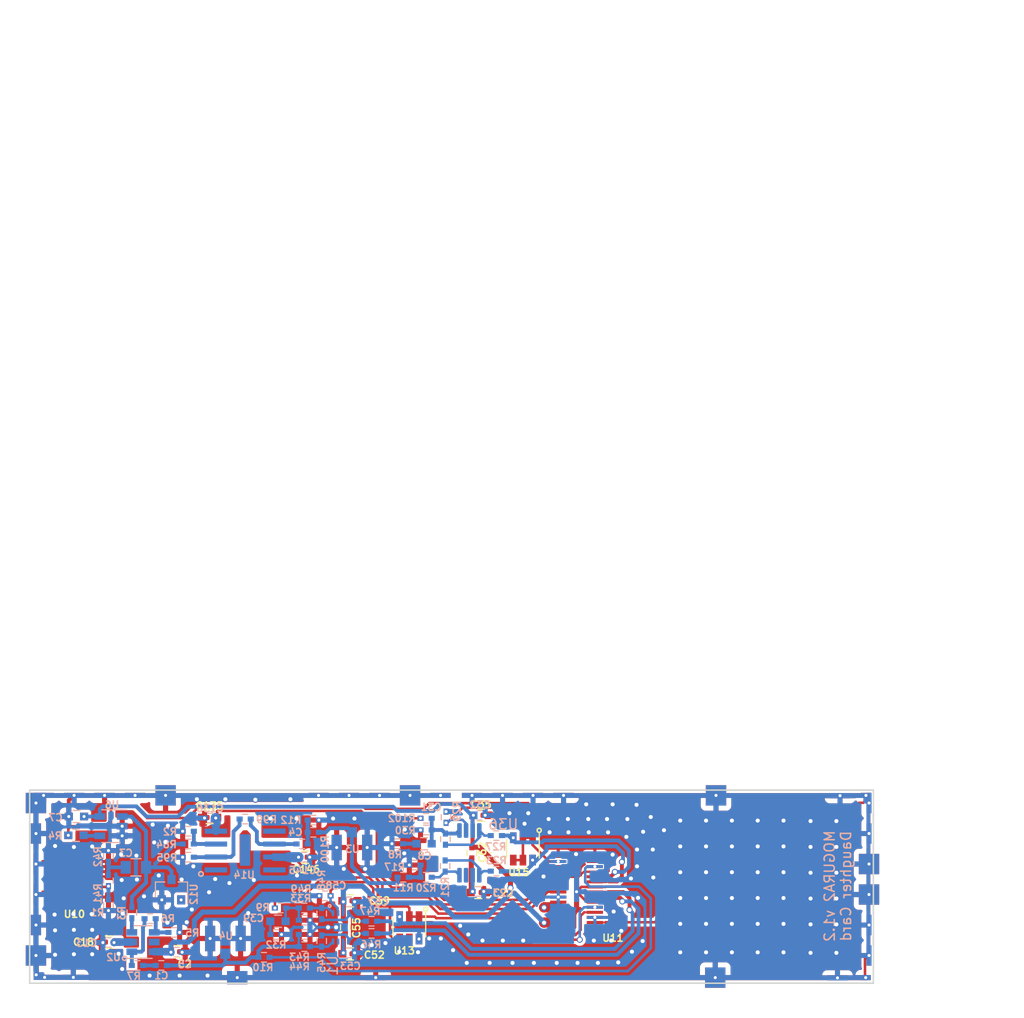
<source format=kicad_pcb>
(kicad_pcb (version 20211014) (generator pcbnew)
  (layers (0 "F.Cu" signal) (1 "In1.Cu" signal "Inner1") (2 "In2.Cu" signal "Inner2") (31 "B.Cu" signal) (34 "B.Paste" user) (35 "F.Paste" user) (36 "B.SilkS" user "B.Silkscreen") (37 "F.SilkS" user "F.Silkscreen") (38 "B.Mask" user) (39 "F.Mask" user) (44 "Edge.Cuts" user))
  (net 0 "")
  (net 1 "Earth")
  (net 2 "5V")
  (net 3 "-5V")
  (net 4 "/Amp1/Sig_in")
  (net 5 "-10V")
  (net 6 "10V")
  (net 7 "Net-(R20-Pad1)")
  (net 8 "Net-(R21-Pad1)")
  (net 9 "Net-(R27-Pad2)")
  (net 10 "Net-(R44-Pad1)")
  (net 11 "Net-(R45-Pad1)")
  (net 12 "Net-(R47-Pad2)")
  (net 13 "Net-(R48-Pad1)")
  (net 14 "Net-(C39-Pad1)")
  (net 15 "Net-(C3-Pad2)")
  (net 16 "Net-(C39-Pad2)")
  (net 17 "Net-(R4-Pad2)")
  (net 18 "Net-(R2-Pad2)")
  (net 19 "Net-(R95-Pad2)")
  (net 20 "Net-(R100-Pad2)")
  (net 21 "H_VCOM")
  (net 22 "L_VCOM")
  (net 23 "HGain_P")
  (net 24 "HGain_N")
  (net 25 "LGain_P")
  (net 26 "LGain_N")
  (net 27 "GPIO")
  (net 28 "RFDAC_FB_P")
  (net 29 "Net-(C1-Pad1)")
  (net 30 "Net-(C1-Pad2)")
  (net 31 "Net-(C3-Pad1)")
  (net 32 "Net-(R3-Pad1)")
  (net 33 "Net-(C4-Pad2)")
  (net 34 "Net-(C4-Pad1)")
  (net 35 "Net-(C8-Pad2)")
  (net 36 "Net-(C8-Pad1)")
  (net 37 "Net-(R5-Pad2)")
  (net 38 "Net-(R6-Pad1)")
  (net 39 "H_Bias")
  (net 40 "Net-(R11-Pad1)")
  (net 41 "L_Bias")
  (footprint "MyFootprints:DF12NC(5.0)-20DP-0.5V(51)" (layer "F.Cu") (at 24.75 174.175 -90)
    (fp_text reference "U10")
    (fp_text value "Conn_2x10")
  )
  (footprint "Capacitors_SMD:C_0603" (layer "F.Cu") (at 49.35 174.25 180)
    (fp_text reference "C146")
    (fp_text value "10uF")
  )
  (footprint "Capacitors_SMD:C_0402" (layer "F.Cu") (at 53.3 181.15 -90)
    (fp_text reference "C55")
    (fp_text value "0.1uF")
  )
  (footprint "Capacitors_SMD:C_0603" (layer "F.Cu") (at 53.76 178.54 180)
    (fp_text reference "C59")
    (fp_text value "10uF")
  )
  (footprint "Capacitors_SMD:C_0603" (layer "F.Cu") (at 53.76 183.76 180)
    (fp_text reference "C52")
    (fp_text value "10uF")
  )
  (footprint "TO_SOT_Packages_SMD:SOT-23-6" (layer "F.Cu") (at 70.774222 173.438278 -90)
    (fp_text reference "U15")
    (fp_text value "BAV99s_dual_high_speed_diode")
  )
  (footprint "Capacitors_SMD:C_0402" (layer "F.Cu") (at 65.75 173.8249 -90)
    (fp_text reference "C62")
    (fp_text value "0.1uF")
  )
  (footprint "Capacitors_SMD:C_0603" (layer "F.Cu") (at 66.65 170.13 180)
    (fp_text reference "C35")
    (fp_text value "10uF")
  )
  (footprint "Capacitors_SMD:C_0603" (layer "F.Cu") (at 66.3856 177.7238 180)
    (fp_text reference "C22")
    (fp_text value "10uF")
  )
  (footprint "MyFootprints:DF12NC(5.0)-30DP-0.5V(51)" (layer "F.Cu") (at 77.85 181.175 90)
    (fp_text reference "U11")
    (fp_text value "Conn_2x15")
  )
  (footprint "Capacitors_SMD:C_0603" (layer "F.Cu") (at 39.95 170.35)
    (fp_text reference "C135")
    (fp_text value "10uF")
  )
  (footprint "Capacitors_SMD:C_0603" (layer "F.Cu") (at 30.05 182.6)
    (fp_text reference "C18")
    (fp_text value "6.7u")
  )
  (footprint "Capacitors_SMD:C_0603" (layer "F.Cu") (at 36.8 183.55 180)
    (fp_text reference "C2")
    (fp_text value "6.7u")
  )
  (footprint "TO_SOT_Packages_SMD:SOT-23-6" (layer "F.Cu") (at 59.6 181.2 -90)
    (fp_text reference "U13")
    (fp_text value "BAV99s_dual_high_speed_diode")
  )
  (footprint "MyFootprints:RF_Sheild_19.5x79" (layer "F.Cu") (at 22.8692 168.9234)
    (fp_text reference "P2" hide)
    (fp_text value "CONN_01X01")
  )
  (footprint "Capacitors_SMD:C_0402" (layer "B.Cu") (at 30 174.15 90)
    (fp_text reference "R42")
    (fp_text value "3.6k")
  )
  (footprint "Capacitors_SMD:C_0402" (layer "B.Cu") (at 46.476 181.85)
    (fp_text reference "R32")
    (fp_text value "49.9")
  )
  (footprint "Capacitors_SMD:C_0402" (layer "B.Cu") (at 30 176.55 -90)
    (fp_text reference "R41")
    (fp_text value "1.5")
  )
  (footprint "TO_SOT_Packages_SMD:SOT-23-5" (layer "B.Cu") (at 30.25 171.2 180)
    (fp_text reference "U6")
    (fp_text value "TS5A1066")
  )
  (footprint "Capacitors_SMD:C_0603" (layer "B.Cu") (at 61.05 172.9249 180)
    (fp_text reference "C8")
    (fp_text value "220n")
  )
  (footprint "Capacitors_SMD:C_0402" (layer "B.Cu") (at 58.439 172.9232 180)
    (fp_text reference "R8")
    (fp_text value "49.9")
  )
  (footprint "Capacitors_SMD:C_0402" (layer "B.Cu") (at 49.25 174.25 180)
    (fp_text reference "C145")
    (fp_text value "0.1uF")
  )
  (footprint "Capacitors_SMD:C_0805" (layer "B.Cu") (at 32.7 175.25 180)
    (fp_text reference "C3")
    (fp_text value "1u")
  )
  (footprint "Capacitors_SMD:C_0402" (layer "B.Cu") (at 37.85 171.7)
    (fp_text reference "R2")
    (fp_text value "49.9")
  )
  (footprint "Capacitors_SMD:C_0402" (layer "B.Cu") (at 49.05 172.95 180)
    (fp_text reference "R100")
    (fp_text value "49.9")
  )
  (footprint "Capacitors_SMD:C_0402" (layer "B.Cu") (at 43.45 170.5 180)
    (fp_text reference "R99")
    (fp_text value "1k")
  )
  (footprint "Capacitors_SMD:C_0402" (layer "B.Cu") (at 46.926 179.25)
    (fp_text reference "R9")
    (fp_text value "69.8")
  )
  (footprint "Capacitors_SMD:C_0402" (layer "B.Cu") (at 51.3 178.05 180)
    (fp_text reference "C58")
    (fp_text value "0.1uF")
  )
  (footprint "Capacitors_SMD:C_0402" (layer "B.Cu") (at 53.66 178.6366 180)
    (fp_text reference "C57")
    (fp_text value "0.1uF")
  )
  (footprint "Capacitors_SMD:C_0402" (layer "B.Cu") (at 53.66 183.66 180)
    (fp_text reference "C53")
    (fp_text value "0.1uF")
  )
  (footprint "Capacitors_SMD:C_0603" (layer "B.Cu") (at 46.676 180.55 180)
    (fp_text reference "C39")
    (fp_text value "220n")
  )
  (footprint "Capacitors_SMD:C_0402" (layer "B.Cu") (at 49.276 179.25)
    (fp_text reference "R49")
    (fp_text value "100")
  )
  (footprint "Capacitors_SMD:C_0402" (layer "B.Cu") (at 50.976 179.8 -90)
    (fp_text reference "R48")
    (fp_text value "275")
  )
  (footprint "Capacitors_SMD:C_0402" (layer "B.Cu") (at 55.88 181.75 180)
    (fp_text reference "R46")
    (fp_text value "22")
  )
  (footprint "Capacitors_SMD:C_0402" (layer "B.Cu") (at 50.976 182.5 -90)
    (fp_text reference "R45")
    (fp_text value "275")
  )
  (footprint "Capacitors_SMD:C_0402" (layer "B.Cu") (at 49.276 181.85)
    (fp_text reference "R43")
    (fp_text value "69.8")
  )
  (footprint "Capacitors_SMD:C_0402" (layer "B.Cu") (at 35.2 184.9 180)
    (fp_text reference "C1")
    (fp_text value "220n")
  )
  (footprint "Capacitors_SMD:C_0402" (layer "B.Cu") (at 66.5074 170.1295 180)
    (fp_text reference "C32")
    (fp_text value "0.1uF")
  )
  (footprint "Capacitors_SMD:C_0402" (layer "B.Cu") (at 66.37 177.6238 180)
    (fp_text reference "C23")
    (fp_text value "0.1uF")
  )
  (footprint "Capacitors_SMD:C_0402" (layer "B.Cu") (at 68.16 172.1249 180)
    (fp_text reference "R27")
    (fp_text value "22")
  )
  (footprint "Capacitors_SMD:C_0402" (layer "B.Cu") (at 68.16 175.6249 180)
    (fp_text reference "R23")
    (fp_text value "22")
  )
  (footprint "Capacitors_SMD:C_0402" (layer "B.Cu") (at 63.12 175.12 -90)
    (fp_text reference "R21")
    (fp_text value "250")
  )
  (footprint "Capacitors_SMD:C_0402" (layer "B.Cu") (at 61.25 176.2249 180)
    (fp_text reference "R20")
    (fp_text value "250")
  )
  (footprint "Capacitors_SMD:C_0402" (layer "B.Cu") (at 60.15 175.0249 180)
    (fp_text reference "R17")
    (fp_text value "49.9")
  )
  (footprint "Capacitors_SMD:C_0402" (layer "B.Cu") (at 50.15 171.8 180)
    (fp_text reference "C4")
    (fp_text value "220n")
  )
  (footprint "Capacitors_SMD:C_0402" (layer "B.Cu") (at 61.25 171.5749 180)
    (fp_text reference "R30")
    (fp_text value "120")
  )
  (footprint "Capacitors_SMD:C_0603" (layer "B.Cu") (at 26.8 172.1)
    (fp_text reference "R4")
    (fp_text value "1k")
  )
  (footprint "Capacitors_SMD:C_0402" (layer "B.Cu") (at 37.85 174.25)
    (fp_text reference "R95")
    (fp_text value "NC")
  )
  (footprint "MyFootprints:UMCC" (layer "B.Cu") (at 41.5 182.25)
    (fp_text reference "U4")
    (fp_text value "UMCC")
  )
  (footprint "Capacitors_SMD:C_0402" (layer "B.Cu") (at 49.276 180.45)
    (fp_text reference "R33")
    (fp_text value "69.8")
  )
  (footprint "Capacitors_SMD:C_0402" (layer "B.Cu") (at 45.3 184.1 180)
    (fp_text reference "R10")
    (fp_text value "10k")
  )
  (footprint "Capacitors_SMD:C_0402" (layer "B.Cu") (at 61.25 170.4249)
    (fp_text reference "R102")
    (fp_text value "499")
  )
  (footprint "Capacitors_SMD:C_0402" (layer "B.Cu") (at 59 176.2249 180)
    (fp_text reference "R11")
    (fp_text value "49.9")
  )
  (footprint "Capacitors_SMD:C_0402" (layer "B.Cu") (at 63.21 170.32 90)
    (fp_text reference "C31")
    (fp_text value "0.1uF")
  )
  (footprint "HasungLibrary:LMH6552_WSON" (layer "B.Cu") (at 52.8464 181.15 -90)
    (fp_text reference "U1")
    (fp_text value "lmh6552_wson" hide)
  )
  (footprint "HasungLibrary:LMH6550_VSSOP" (layer "B.Cu") (at 65.505 173.8249 -90)
    (fp_text reference "U36")
    (fp_text value "LMH6550" hide)
  )
  (footprint "MyFootprints:THS3491_HSOIC" (layer "B.Cu") (at 43.45 173.55)
    (fp_text reference "U14")
    (fp_text value "THS3091D")
  )
  (footprint "Capacitors_SMD:C_0402" (layer "B.Cu") (at 49.276 183.05 180)
    (fp_text reference "R44")
    (fp_text value "100")
  )
  (footprint "Capacitors_SMD:C_0402" (layer "B.Cu") (at 50.15 170.6)
    (fp_text reference "R12")
    (fp_text value "49.9")
  )
  (footprint "Capacitors_SMD:C_0402" (layer "B.Cu") (at 37.85 172.95 180)
    (fp_text reference "R84")
    (fp_text value "200")
  )
  (footprint "Capacitors_SMD:C_0402" (layer "B.Cu") (at 40 170.4)
    (fp_text reference "C136")
    (fp_text value "0.1uF")
  )
  (footprint "Capacitors_SMD:C_0402" (layer "B.Cu") (at 32.85 184.9 180)
    (fp_text reference "R7")
    (fp_text value "49.9")
  )
  (footprint "Capacitors_SMD:C_0402" (layer "B.Cu") (at 34.1 180.3)
    (fp_text reference "R6")
    (fp_text value "392")
  )
  (footprint "Capacitors_SMD:C_0402" (layer "B.Cu") (at 36.45 181.65 180)
    (fp_text reference "R5")
    (fp_text value "30")
  )
  (footprint "Capacitors_SMD:C_0402" (layer "B.Cu") (at 32.3 179.7 90)
    (fp_text reference "R3")
    (fp_text value "49.9")
  )
  (footprint "Capacitors_SMD:C_0402" (layer "B.Cu") (at 30 182.65)
    (fp_text reference "C13")
    (fp_text value "10nF")
  )
  (footprint "Capacitors_SMD:C_0402" (layer "B.Cu") (at 36.7 183.6 180)
    (fp_text reference "C5")
    (fp_text value "10nF")
  )
  (footprint "TO_SOT_Packages_SMD:SOT-23-6" (layer "B.Cu") (at 33.4 182.6)
    (fp_text reference "U2")
    (fp_text value "LMH6703")
  )
  (footprint "TO_SOT_Packages_SMD:SOT-23" (layer "B.Cu") (at 36.2 177.45 90)
    (fp_text reference "U12")
    (fp_text value "BAV99_high_speed_diode")
  )
  (footprint "Capacitors_SMD:C_0402" (layer "B.Cu") (at 30 178.95 -90)
    (fp_text reference "R1")
    (fp_text value "3.6k")
  )
  (footprint "Capacitors_SMD:C_0402" (layer "B.Cu") (at 55.88 180.55 180)
    (fp_text reference "R47")
    (fp_text value "22")
  )
  (footprint "Capacitors_SMD:C_0603" (layer "B.Cu") (at 26.85 170.25)
    (fp_text reference "C7")
    (fp_text value "10nF")
  )
  (footprint "MyFootprints:UMCC" (layer "B.Cu") (at 53.95 173.3 180)
    (fp_text reference "U3")
    (fp_text value "UMCC")
  )
  (footprint "Capacitors_SMD:C_0402" (layer "B.Cu") (at 63.15 172.4749 -90)
    (fp_text reference "R29")
    (fp_text value "250")
  )
  (gr_circle (center 51.7652 179.0446) (end 51.8922 179.0446) (layer "B.SilkS") (width 0.15) (fill none))
  (gr_line (start 67.5 173.8249) (end 67.65 173.8249) (layer "F.SilkS") (width 0.15))
  (gr_line (start 105.25 167.65) (end 105.25 186.65) (layer "Edge.Cuts") (width 0.15))
  (gr_line (start 22.25 167.65) (end 105.25 167.65) (layer "Edge.Cuts") (width 0.15))
  (gr_line (start 22.25 186.65) (end 105.25 186.65) (layer "Edge.Cuts") (width 0.15))
  (gr_line (start 22.25 186.65) (end 22.25 167.65) (layer "Edge.Cuts") (width 0.15))
  (gr_text "MOGURA2 v1.2\nDaughter Card" (at 101.75 177.1 90) (layer "B.SilkS") (effects (font (size 1 1)) (justify mirror)))
  (segment (start 26.525 178.175) (end 26.55 178.15) (width 0.25) (layer "F.Cu") (net 1))
  (segment (start 26.325 176.175) (end 26.55 176.4) (width 0.25) (layer "F.Cu") (net 1))
  (segment (start 24.75 174.675) (end 25.8 174.675) (width 0.25) (layer "F.Cu") (net 1))
  (segment (start 77.85 174.175) (end 76.814998 174.175) (width 0.25) (layer "F.Cu") (net 1))
  (segment (start 77.85 174.175) (end 79.425 174.175) (width 0.25) (layer "F.Cu") (net 1))
  (segment (start 24.75 178.175) (end 26.525 178.175) (width 0.25) (layer "F.Cu") (net 1))
  (segment (start 76.755479 175.694521) (end 77.85 175.694521) (width 0.2) (layer "F.Cu") (net 1))
  (segment (start 76.695 175.755) (end 76.755479 175.694521) (width 0.2) (layer "F.Cu") (net 1))
  (segment (start 28.35 178.675) (end 27.075 178.675) (width 0.25) (layer "F.Cu") (net 1))
  (segment (start 28.35 178.175) (end 26.575 178.175) (width 0.25) (layer "F.Cu") (net 1))
  (segment (start 25.8 177.675) (end 26.55 176.925) (width 0.25) (layer "F.Cu") (net 1))
  (segment (start 26.55 178.15) (end 26.55 178) (width 0.25) (layer "F.Cu") (net 1))
  (segment (start 78.925 177.15) (end 80.4 177.15) (width 0.25) (layer "F.Cu") (net 1))
  (segment (start 27.3 173.9) (end 28.075 173.9) (width 0.25) (layer "F.Cu") (net 1))
  (segment (start 26.1 168.65) (end 26.55 168.2) (width 0.38) (layer "F.Cu") (net 1))
  (segment (start 28.35 176.675) (end 28.35 176.175) (width 0.25) (layer "F.Cu") (net 1))
  (segment (start 104.425 186.125) (end 104.425 184.275) (width 0.25) (layer "F.Cu") (net 1))
  (segment (start 26.775 176.175) (end 26.55 176.4) (width 0.25) (layer "F.Cu") (net 1))
  (segment (start 28.35 175.675) (end 27.275 175.675) (width 0.25) (layer "F.Cu") (net 1))
  (segment (start 26.55 175.425) (end 26.55 176.4) (width 0.25) (layer "F.Cu") (net 1))
  (segment (start 74.25 176.175) (end 75.825 176.175) (width 0.25) (layer "F.Cu") (net 1))
  (segment (start 77.030479 178.630479) (end 77.85 178.630479) (width 0.25) (layer "F.Cu") (net 1))
  (segment (start 79.194999 175.604971) (end 79.194999 174.405001) (width 0.25) (layer "F.Cu") (net 1))
  (segment (start 26.55 175.925) (end 26.55 176.4) (width 0.25) (layer "F.Cu") (net 1))
  (segment (start 104.45 168.65) (end 104.75 168.95) (width 0.25) (layer "F.Cu") (net 1))
  (segment (start 24.75 175.1) (end 24.75 174.575) (width 0.25) (layer "F.Cu") (net 1))
  (segment (start 78.9 177.175) (end 78.925 177.15) (width 0.25) (layer "F.Cu") (net 1))
  (segment (start 104.45 168.2) (end 104.45 168.65) (width 0.25) (layer "F.Cu") (net 1))
  (segment (start 25.875 178.675) (end 26.55 178) (width 0.25) (layer "F.Cu") (net 1))
  (segment (start 79.194999 174.405001) (end 79.6 174) (width 0.25) (layer "F.Cu") (net 1))
  (segment (start 28.35 176.175) (end 26.775 176.175) (width 0.25) (layer "F.Cu") (net 1))
  (segment (start 24.75 176.675) (end 26.275 176.675) (width 0.25) (layer "F.Cu") (net 1))
  (segment (start 101.65 186.15) (end 104.4 186.15) (width 0.25) (layer "F.Cu") (net 1))
  (segment (start 28.35 174.675) (end 27.3 174.675) (width 0.25) (layer "F.Cu") (net 1))
  (segment (start 76.814998 174.175) (end 76.05 174.939998) (width 0.25) (layer "F.Cu") (net 1))
  (segment (start 78.833619 175.604971) (end 78.719069 175.719521) (width 0.2) (layer "F.Cu") (net 1))
  (segment (start 26.05 176.4) (end 24.75 175.1) (width 0.25) (layer "F.Cu") (net 1))
  (segment (start 28.075 173.9) (end 28.35 174.175) (width 0.25) (layer "F.Cu") (net 1))
  (segment (start 24.75 175.175) (end 25.8 175.175) (width 0.25) (layer "F.Cu") (net 1))
  (segment (start 76.525 177.175) (end 76.05 177.65) (width 0.25) (layer "F.Cu") (net 1))
  (segment (start 26.275 176.675) (end 26.55 176.4) (width 0.25) (layer "F.Cu") (net 1))
  (segment (start 28.35 176.675) (end 26.825 176.675) (width 0.25) (layer "F.Cu") (net 1))
  (segment (start 78.719069 175.719521) (end 77.85 175.719521) (width 0.2) (layer "F.Cu") (net 1))
  (segment (start 101.925 168.2) (end 101.9 168.225) (width 0.25) (layer "F.Cu") (net 1))
  (segment (start 76.05 174.925) (end 75.255479 174.130479) (width 0.25) (layer "F.Cu") (net 1))
  (segment (start 26.55 176.4) (end 26.55 174.65) (width 0.25) (layer "F.Cu") (net 1))
  (segment (start 25.8 174.675) (end 26.55 175.425) (width 0.25) (layer "F.Cu") (net 1))
  (segment (start 76.05 176.4) (end 76.05 177.65) (width 0.25) (layer "F.Cu") (net 1))
  (segment (start 27.3 177.675) (end 26.55 176.925) (width 0.25) (layer "F.Cu") (net 1))
  (segment (start 26.825 176.675) (end 26.55 176.4) (width 0.25) (layer "F.Cu") (net 1))
  (segment (start 77.85 177.175) (end 76.525 177.175) (width 0.25) (layer "F.Cu") (net 1))
  (segment (start 76.05 177.65) (end 77.030479 178.630479) (width 0.25) (layer "F.Cu") (net 1))
  (segment (start 28.35 177.675) (end 27.3 177.675) (width 0.25) (layer "F.Cu") (net 1))
  (segment (start 104.4 186.15) (end 104.425 186.125) (width 0.25) (layer "F.Cu") (net 1))
  (segment (start 27.3 175.175) (end 26.55 175.925) (width 0.25) (layer "F.Cu") (net 1))
  (segment (start 78.833619 175.604971) (end 79.194999 175.604971) (width 0.25) (layer "F.Cu") (net 1))
  (segment (start 28.35 178.175) (end 28.35 177.675) (width 0.25) (layer "F.Cu") (net 1))
  (segment (start 72.825 176.175) (end 72.8 176.15) (width 1) (layer "F.Cu") (net 1))
  (segment (start 27.275 175.675) (end 26.55 176.4) (width 0.25) (layer "F.Cu") (net 1))
  (segment (start 27.075 178.675) (end 26.55 178.15) (width 0.25) (layer "F.Cu") (net 1))
  (segment (start 24.75 174.575) (end 24.75 174.175) (width 0.25) (layer "F.Cu") (net 1))
  (segment (start 76.695 175.755) (end 76.05 176.4) (width 0.2) (layer "F.Cu") (net 1))
  (segment (start 25.775 177.175) (end 26.55 176.4) (width 0.25) (layer "F.Cu") (net 1))
  (segment (start 76.05 176.4) (end 76.05 174.925) (width 0.25) (layer "F.Cu") (net 1))
  (segment (start 27.3 174.675) (end 26.55 175.425) (width 0.25) (layer "F.Cu") (net 1))
  (segment (start 25.8 175.175) (end 26.55 175.925) (width 0.25) (layer "F.Cu") (net 1))
  (segment (start 104.45 168.2) (end 104.45 168.7) (width 0.25) (layer "F.Cu") (net 1))
  (segment (start 26.55 168.2) (end 23.55 168.2) (width 0.38) (layer "F.Cu") (net 1))
  (segment (start 24.75 177.675) (end 25.8 177.675) (width 0.25) (layer "F.Cu") (net 1))
  (segment (start 103.85 168.9) (end 103.7 169.05) (width 0.25) (layer "F.Cu") (net 1))
  (segment (start 76.775 175.675) (end 76.695 175.755) (width 0.2) (layer "F.Cu") (net 1))
  (segment (start 26.1 170.25) (end 26.1 168.65) (width 0.38) (layer "F.Cu") (net 1))
  (segment (start 75.825 176.175) (end 76.05 176.4) (width 0.25) (layer "F.Cu") (net 1))
  (segment (start 104.45 168.2) (end 101.925 168.2) (width 0.25) (layer "F.Cu") (net 1))
  (segment (start 79.425 174.175) (end 79.6 174) (width 0.25) (layer "F.Cu") (net 1))
  (segment (start 28.35 175.175) (end 27.3 175.175) (width 0.25) (layer "F.Cu") (net 1))
  (segment (start 26.55 178) (end 26.55 176.4) (width 0.25) (layer "F.Cu") (net 1))
  (segment (start 77.85 177.175) (end 78.9 177.175) (width 0.25) (layer "F.Cu") (net 1))
  (segment (start 26.55 174.65) (end 27.3 173.9) (width 0.25) (layer "F.Cu") (net 1))
  (segment (start 104.425 184.275) (end 104.75 183.95) (width 0.25) (layer "F.Cu") (net 1))
  (segment (start 76.05 177.925) (end 76.05 177.65) (width 0.25) (layer "F.Cu") (net 1))
  (segment (start 75.255479 174.130479) (end 74.25 174.130479) (width 0.2) (layer "F.Cu") (net 1))
  (segment (start 26.55 176.4) (end 26.05 176.4) (width 0.25) (layer "F.Cu") (net 1))
  (segment (start 24.75 178.675) (end 25.875 178.675) (width 0.25) (layer "F.Cu") (net 1))
  (segment (start 76.05 174.939998) (end 76.05 177.65) (width 0.25) (layer "F.Cu") (net 1))
  (segment (start 104.45 168.7) (end 104.25 168.9) (width 0.25) (layer "F.Cu") (net 1))
  (segment (start 24.75 176.175) (end 26.325 176.175) (width 0.25) (layer "F.Cu") (net 1))
  (segment (start 26.55 176.925) (end 26.55 176.4) (width 0.25) (layer "F.Cu") (net 1))
  (segment (start 24.75 177.175) (end 25.775 177.175) (width 0.25) (layer "F.Cu") (net 1))
  (segment (start 74.25 176.175) (end 72.825 176.175) (width 1) (layer "F.Cu") (net 1))
  (segment (start 23.55 168.2) (end 22.8 168.95) (width 0.38) (layer "F.Cu") (net 1))
  (segment (start 26.575 178.175) (end 26.55 178.15) (width 0.25) (layer "F.Cu") (net 1))
  (segment (start 104.25 168.9) (end 103.85 168.9) (width 0.25) (layer "F.Cu") (net 1))
  (via (at 51.6 181.15) (size 0.6) (drill 0.4) (layers "F.Cu" "B.Cu") (net 1))
  (via (at 88.79 170.65) (size 0.6) (drill 0.4) (layers "F.Cu" "B.Cu") (net 1))
  (via (at 91.33 170.65) (size 0.6) (drill 0.4) (layers "F.Cu" "B.Cu") (net 1))
  (via (at 93.87 170.65) (size 0.6) (drill 0.4) (layers "F.Cu" "B.Cu") (net 1))
  (via (at 96.41 170.65) (size 0.6) (drill 0.4) (layers "F.Cu" "B.Cu") (net 1))
  (via (at 86.25 173.19) (size 0.6) (drill 0.4) (layers "F.Cu" "B.Cu") (net 1))
  (via (at 88.79 173.19) (size 0.6) (drill 0.4) (layers "F.Cu" "B.Cu") (net 1))
  (via (at 91.33 173.19) (size 0.6) (drill 0.4) (layers "F.Cu" "B.Cu") (net 1))
  (via (at 93.87 173.19) (size 0.6) (drill 0.4) (layers "F.Cu" "B.Cu") (net 1))
  (via (at 96.41 173.19) (size 0.6) (drill 0.4) (layers "F.Cu" "B.Cu") (net 1))
  (via (at 86.25 175.73) (size 0.6) (drill 0.4) (layers "F.Cu" "B.Cu") (net 1))
  (via (at 88.79 175.73) (size 0.6) (drill 0.4) (layers "F.Cu" "B.Cu") (net 1))
  (via (at 91.33 175.73) (size 0.6) (drill 0.4) (layers "F.Cu" "B.Cu") (net 1))
  (via (at 93.87 175.73) (size 0.6) (drill 0.4) (layers "F.Cu" "B.Cu") (net 1))
  (via (at 96.41 175.73) (size 0.6) (drill 0.4) (layers "F.Cu" "B.Cu") (net 1))
  (via (at 86.25 178.27) (size 0.6) (drill 0.4) (layers "F.Cu" "B.Cu") (net 1))
  (via (at 88.79 178.27) (size 0.6) (drill 0.4) (layers "F.Cu" "B.Cu") (net 1))
  (via (at 91.33 178.27) (size 0.6) (drill 0.4) (layers "F.Cu" "B.Cu") (net 1))
  (via (at 93.87 178.27) (size 0.6) (drill 0.4) (layers "F.Cu" "B.Cu") (net 1))
  (via (at 96.41 178.27) (size 0.6) (drill 0.4) (layers "F.Cu" "B.Cu") (net 1))
  (via (at 86.25 180.81) (size 0.6) (drill 0.4) (layers "F.Cu" "B.Cu") (net 1))
  (via (at 88.79 180.81) (size 0.6) (drill 0.4) (layers "F.Cu" "B.Cu") (net 1))
  (via (at 91.33 180.81) (size 0.6) (drill 0.4) (layers "F.Cu" "B.Cu") (net 1))
  (via (at 93.87 180.81) (size 0.6) (drill 0.4) (layers "F.Cu" "B.Cu") (net 1))
  (via (at 96.41 180.81) (size 0.6) (drill 0.4) (layers "F.Cu" "B.Cu") (net 1))
  (via (at 101.61 170.7) (size 0.6) (drill 0.4) (layers "F.Cu" "B.Cu") (net 1))
  (via (at 99.07 173.24) (size 0.6) (drill 0.4) (layers "F.Cu" "B.Cu") (net 1))
  (via (at 99.07 170.7) (size 0.6) (drill 0.4) (layers "F.Cu" "B.Cu") (net 1))
  (via (at 101.61 173.24) (size 0.6) (drill 0.4) (layers "F.Cu" "B.Cu") (net 1))
  (via (at 99.07 175.78) (size 0.6) (drill 0.4) (layers "F.Cu" "B.Cu") (net 1))
  (via (at 101.61 180.86) (size 0.6) (drill 0.4) (layers "F.Cu" "B.Cu") (net 1))
  (via (at 99.07 180.86) (size 0.6) (drill 0.4) (layers "F.Cu" "B.Cu") (net 1))
  (via (at 101.61 178.32) (size 0.6) (drill 0.4) (layers "F.Cu" "B.Cu") (net 1))
  (via (at 99.07 178.32) (size 0.6) (drill 0.4) (layers "F.Cu" "B.Cu") (net 1))
  (via (at 101.61 175.78) (size 0.6) (drill 0.4) (layers "F.Cu" "B.Cu") (net 1))
  (via (at 99.07 183.66) (size 0.6) (drill 0.4) (layers "F.Cu" "B.Cu") (net 1))
  (via (at 96.41 183.61) (size 0.6) (drill 0.4) (layers "F.Cu" "B.Cu") (net 1))
  (via (at 93.87 183.61) (size 0.6) (drill 0.4) (layers "F.Cu" "B.Cu") (net 1))
  (via (at 91.33 183.61) (size 0.6) (drill 0.4) (layers "F.Cu" "B.Cu") (net 1))
  (via (at 88.79 183.61) (size 0.6) (drill 0.4) (layers "F.Cu" "B.Cu") (net 1))
  (via (at 86.25 183.61) (size 0.6) (drill 0.4) (layers "F.Cu" "B.Cu") (net 1))
  (via (at 101.61 183.66) (size 0.6) (drill 0.4) (layers "F.Cu" "B.Cu") (net 1))
  (via (at 82.1 178.25) (size 0.6) (drill 0.4) (layers "F.Cu" "B.Cu") (net 1))
  (via (at 82.55 182.5) (size 0.6) (drill 0.4) (layers "F.Cu" "B.Cu") (net 1))
  (via (at 81.5 183.55) (size 0.6) (drill 0.4) (layers "F.Cu" "B.Cu") (net 1))
  (via (at 80.15 184.6) (size 0.6) (drill 0.4) (layers "F.Cu" "B.Cu") (net 1))
  (via (at 78.15 184.65) (size 0.6) (drill 0.4) (layers "F.Cu" "B.Cu") (net 1))
  (via (at 76.15 184.65) (size 0.6) (drill 0.4) (layers "F.Cu" "B.Cu") (net 1))
  (via (at 74.1 184.65) (size 0.6) (drill 0.4) (layers "F.Cu" "B.Cu") (net 1))
  (via (at 71.85 184.65) (size 0.6) (drill 0.4) (layers "F.Cu" "B.Cu") (net 1))
  (via (at 69.75 184.65) (size 0.6) (drill 0.4) (layers "F.Cu" "B.Cu") (net 1))
  (via (at 67.5 184.65) (size 0.6) (drill 0.4) (layers "F.Cu" "B.Cu") (net 1))
  (via (at 65.25 184.65) (size 0.6) (drill 0.4) (layers "F.Cu" "B.Cu") (net 1))
  (via (at 63.9 183.4) (size 0.6) (drill 0.4) (layers "F.Cu" "B.Cu") (net 1))
  (via (at 62.7 182.25) (size 0.6) (drill 0.4) (layers "F.Cu" "B.Cu") (net 1))
  (via (at 61.55 182.25) (size 0.6) (drill 0.4) (layers "F.Cu" "B.Cu") (net 1))
  (via (at 57.25 182.7) (size 0.6) (drill 0.4) (layers "F.Cu" "B.Cu") (net 1))
  (via (at 55.9 182.9) (size 0.6) (drill 0.4) (layers "F.Cu" "B.Cu") (net 1))
  (via (at 55 183) (size 0.6) (drill 0.4) (layers "F.Cu" "B.Cu") (net 1))
  (via (at 58.6 183.55) (size 0.6) (drill 0.4) (layers "F.Cu" "B.Cu") (net 1))
  (via (at 60.45 183.6) (size 0.6) (drill 0.4) (layers "F.Cu" "B.Cu") (net 1))
  (via (at 80.45 181.5) (size 0.6) (drill 0.4) (layers "F.Cu" "B.Cu") (net 1))
  (via (at 79.45 182.45) (size 0.6) (drill 0.4) (layers "F.Cu" "B.Cu") (net 1))
  (via (at 77.75 182.45) (size 0.6) (drill 0.4) (layers "F.Cu" "B.Cu") (net 1))
  (via (at 70.8 182.45) (size 0.6) (drill 0.4) (layers "F.Cu" "B.Cu") (net 1))
  (via (at 68.8 182.45) (size 0.6) (drill 0.4) (layers "F.Cu" "B.Cu") (net 1))
  (via (at 66.8 182.45) (size 0.6) (drill 0.4) (layers "F.Cu" "B.Cu") (net 1))
  (via (at 65.4 181.85) (size 0.6) (drill 0.4) (layers "F.Cu" "B.Cu") (net 1))
  (via (at 64.6 181) (size 0.6) (drill 0.4) (layers "F.Cu" "B.Cu") (net 1))
  (via (at 82 173.5) (size 0.6) (drill 0.4) (layers "F.Cu" "B.Cu") (net 1))
  (via (at 80.95 172.25) (size 0.6) (drill 0.4) (layers "F.Cu" "B.Cu") (net 1))
  (via (at 79.15 171.8) (size 0.6) (drill 0.4) (layers "F.Cu" "B.Cu") (net 1))
  (via (at 77.25 171.8) (size 0.6) (drill 0.4) (layers "F.Cu" "B.Cu") (net 1))
  (via (at 75.25 171.8) (size 0.6) (drill 0.4) (layers "F.Cu" "B.Cu") (net 1))
  (via (at 73.4 171.8) (size 0.6) (drill 0.4) (layers "F.Cu" "B.Cu") (net 1))
  (via (at 70.93 170.96) (size 0.6) (drill 0.4) (layers "F.Cu" "B.Cu") (net 1))
  (via (at 76 173.95) (size 0.6) (drill 0.4) (layers "F.Cu" "B.Cu") (net 1))
  (via (at 79.6 174) (size 0.6) (drill 0.4) (layers "F.Cu" "B.Cu") (net 1))
  (via (at 73.3 170.5) (size 0.6) (drill 0.4) (layers "F.Cu" "B.Cu") (net 1))
  (via (at 75.2 170.5) (size 0.6) (drill 0.4) (layers "F.Cu" "B.Cu") (net 1))
  (via (at 69.45 169.9249) (size 0.6) (drill 0.4) (layers "F.Cu" "B.Cu") (net 1))
  (via (at 71.3 169.9249) (size 0.6) (drill 0.4) (layers "F.Cu" "B.Cu") (net 1))
  (via (at 82.6 171.75) (size 0.6) (drill 0.4) (layers "F.Cu" "B.Cu") (net 1))
  (via (at 81.05 170.5) (size 0.6) (drill 0.4) (layers "F.Cu" "B.Cu") (net 1))
  (via (at 77.2 170.5) (size 0.6) (drill 0.4) (layers "F.Cu" "B.Cu") (net 1))
  (via (at 79.05 170.5) (size 0.6) (drill 0.4) (layers "F.Cu" "B.Cu") (net 1))
  (via (at 83.55 173.5) (size 0.6) (drill 0.4) (layers "F.Cu" "B.Cu") (net 1))
  (via (at 83.6 176.25) (size 0.6) (drill 0.4) (layers "F.Cu" "B.Cu") (net 1))
  (via (at 84.65 171.6) (size 0.6) (drill 0.4) (layers "F.Cu" "B.Cu") (net 1))
  (via (at 83.35 170.3) (size 0.6) (drill 0.4) (layers "F.Cu" "B.Cu") (net 1))
  (via (at 81.95 169.1) (size 0.6) (drill 0.4) (layers "F.Cu" "B.Cu") (net 1))
  (via (at 79.6 169.05) (size 0.6) (drill 0.4) (layers "F.Cu" "B.Cu") (net 1))
  (via (at 77 169.05) (size 0.6) (drill 0.4) (layers "F.Cu" "B.Cu") (net 1))
  (via (at 54.2 170.45) (size 0.6) (drill 0.4) (layers "F.Cu" "B.Cu") (net 1))
  (via (at 52.1 170.45) (size 0.6) (drill 0.4) (layers "F.Cu" "B.Cu") (net 1))
  (via (at 48.5 170.45) (size 0.6) (drill 0.4) (layers "F.Cu" "B.Cu") (net 1))
  (via (at 45.95 170.45) (size 0.6) (drill 0.4) (layers "F.Cu" "B.Cu") (net 1))
  (via (at 47.9 168.55) (size 0.6) (drill 0.4) (layers "F.Cu" "B.Cu") (net 1))
  (via (at 44.45 168.6) (size 0.6) (drill 0.4) (layers "F.Cu" "B.Cu") (net 1))
  (via (at 41.5 168.55) (size 0.6) (drill 0.4) (layers "F.Cu" "B.Cu") (net 1))
  (via (at 38.7 168.55) (size 0.6) (drill 0.4) (layers "F.Cu" "B.Cu") (net 1))
  (via (at 35.85 171.15) (size 0.6) (drill 0.4) (layers "F.Cu" "B.Cu") (net 1))
  (via (at 34.35 171.05) (size 0.6) (drill 0.4) (layers "F.Cu" "B.Cu") (net 1))
  (via (at 34.5 172.8) (size 0.6) (drill 0.4) (layers "F.Cu" "B.Cu") (net 1))
  (via (at 35.6 172.75) (size 0.6) (drill 0.4) (layers "F.Cu" "B.Cu") (net 1))
  (via (at 31.3 176.5) (size 0.6) (drill 0.4) (layers "F.Cu" "B.Cu") (net 1))
  (via (at 32.8 176.45) (size 0.6) (drill 0.4) (layers "F.Cu" "B.Cu") (net 1))
  (via (at 32.75 174.1) (size 0.6) (drill 0.4) (layers "F.Cu" "B.Cu") (net 1))
  (via (at 31.25 174) (size 0.6) (drill 0.4) (layers "F.Cu" "B.Cu") (net 1))
  (via (at 31.5 178.3) (size 0.6) (drill 0.4) (layers "F.Cu" "B.Cu") (net 1))
  (via (at 33.5 178.1) (size 0.6) (drill 0.4) (layers "F.Cu" "B.Cu") (net 1))
  (via (at 34.95 176.05) (size 0.6) (drill 0.4) (layers "F.Cu" "B.Cu") (net 1))
  (via (at 37.2 176.45) (size 0.6) (drill 0.4) (layers "F.Cu" "B.Cu") (net 1))
  (via (at 38.35 175.15) (size 0.6) (drill 0.4) (layers "F.Cu" "B.Cu") (net 1))
  (via (at 40.5 176.4) (size 0.6) (drill 0.4) (layers "F.Cu" "B.Cu") (net 1))
  (via (at 44.3 176.5) (size 0.6) (drill 0.4) (layers "F.Cu" "B.Cu") (net 1))
  (via (at 35.8 180.7) (size 0.6) (drill 0.4) (layers "F.Cu" "B.Cu") (net 1))
  (via (at 31 183.75) (size 0.6) (drill 0.4) (layers "F.Cu" "B.Cu") (net 1))
  (via (at 31.35 185.25) (size 0.6) (drill 0.4) (layers "F.Cu" "B.Cu") (net 1))
  (via (at 31.4 179.8) (size 0.6) (drill 0.4) (layers "F.Cu" "B.Cu") (net 1))
  (via (at 28.35 179.85) (size 0.6) (drill 0.4) (layers "F.Cu" "B.Cu") (net 1))
  (via (at 24.7 179.9) (size 0.6) (drill 0.4) (layers "F.Cu" "B.Cu") (net 1))
  (via (at 26.55 179.85) (size 0.6) (drill 0.4) (layers "F.Cu" "B.Cu") (net 1))
  (via (at 26.6 173.25) (size 0.6) (drill 0.4) (layers "F.Cu" "B.Cu") (net 1))
  (via (at 28.4 173.2) (size 0.6) (drill 0.4) (layers "F.Cu" "B.Cu") (net 1))
  (via (at 24.75 173.15) (size 0.6) (drill 0.4) (layers "F.Cu" "B.Cu") (net 1))
  (via (at 26.6 181.4) (size 0.6) (drill 0.4) (layers "F.Cu" "B.Cu") (net 1))
  (via (at 28.4 181.4) (size 0.6) (drill 0.4) (layers "F.Cu" "B.Cu") (net 1))
  (via (at 24.75 181.45) (size 0.6) (drill 0.4) (layers "F.Cu" "B.Cu") (net 1))
  (via (at 26.6 183.8) (size 0.6) (drill 0.4) (layers "F.Cu" "B.Cu") (net 1))
  (via (at 24.75 183.85) (size 0.6) (drill 0.4) (layers "F.Cu" "B.Cu") (net 1))
  (via (at 28.4 183.8) (size 0.6) (drill 0.4) (layers "F.Cu" "B.Cu") (net 1))
  (via (at 34.05 185.9) (size 0.6) (drill 0.4) (layers "F.Cu" "B.Cu") (net 1))
  (via (at 37 185.9) (size 0.6) (drill 0.4) (layers "F.Cu" "B.Cu") (net 1))
  (via (at 39.75 185.9) (size 0.6) (drill 0.4) (layers "F.Cu" "B.Cu") (net 1))
  (via (at 43.75 179.75) (size 0.6) (drill 0.4) (layers "F.Cu" "B.Cu") (net 1))
  (via (at 48.55 176.05) (size 0.6) (drill 0.4) (layers "F.Cu" "B.Cu") (net 1))
  (via (at 53.15 175.4) (size 0.6) (drill 0.4) (layers "F.Cu" "B.Cu") (net 1))
  (via (at 55.25 175.4) (size 0.6) (drill 0.4) (layers "F.Cu" "B.Cu") (net 1))
  (via (at 59.1 173.8749) (size 0.6) (drill 0.4) (layers "F.Cu" "B.Cu") (net 1))
  (via (at 59.15 171.5249) (size 0.6) (drill 0.4) (layers "F.Cu" "B.Cu") (net 1))
  (via (at 41.9 176.8) (size 0.6) (drill 0.4) (layers "F.Cu" "B.Cu") (net 1))
  (via (at 39.9 177.7) (size 0.6) (drill 0.4) (layers "F.Cu" "B.Cu") (net 1))
  (via (at 38.2 179.4) (size 0.6) (drill 0.4) (layers "F.Cu" "B.Cu") (net 1))
  (via (at 37.7 180.65) (size 0.6) (drill 0.4) (layers "F.Cu" "B.Cu") (net 1))
  (via (at 82 175.15) (size 0.6) (drill 0.4) (layers "F.Cu" "B.Cu") (net 1))
  (via (at 81.4 176.35) (size 0.6) (drill 0.4) (layers "F.Cu" "B.Cu") (net 1))
  (via (at 79.7 179.6) (size 0.6) (drill 0.4) (layers "F.Cu" "B.Cu") (net 1))
  (via (at 72.8 176.15) (size 0.6) (drill 0.4) (layers "F.Cu" "B.Cu") (net 1))
  (via (at 86.25 170.65) (size 0.6) (drill 0.4) (layers "F.Cu" "B.Cu") (net 1))
  (via (at 52.4 181.15) (size 0.6) (drill 0.4) (layers "F.Cu" "B.Cu") (net 1))
  (segment (start 52.412 181.138) (end 52.4 181.15) (width 0.25) (layer "B.Cu") (net 1))
  (segment (start 50.526 181.15) (end 49.826 181.85) (width 0.25) (layer "B.Cu") (net 1))
  (segment (start 51.6 181.15) (end 50.526 181.15) (width 0.25) (layer "B.Cu") (net 1))
  (segment (start 52.8464 181.15) (end 52.4 181.15) (width 0.25) (layer "B.Cu") (net 1))
  (segment (start 52.8464 181.138) (end 52.412 181.138) (width 0.25) (layer "B.Cu") (net 1))
  (segment (start 50.526 181.15) (end 49.826 180.45) (width 0.25) (layer "B.Cu") (net 1))
  (segment (start 52.4 181.15) (end 51.6 181.15) (width 0.25) (layer "B.Cu") (net 1))
  (segment (start 53.11 178.6366) (end 53.11 180.41) (width 0.5) (layer "F.Cu") (net 2))
  (segment (start 74.25 180.675) (end 72.875 180.675) (width 1) (layer "F.Cu") (net 2))
  (segment (start 74.25 180.175) (end 74.25 181.175) (width 0.25) (layer "F.Cu") (net 2))
  (segment (start 53.11 180.41) (end 53.3 180.6) (width 0.5) (layer "F.Cu") (net 2))
  (segment (start 72.875 180.675) (end 72.85 180.7) (width 1) (layer "F.Cu") (net 2))
  (segment (start 66.5 173.2749) (end 69.55 176.3249) (width 0.5) (layer "F.Cu") (net 2))
  (segment (start 69.55 176.3249) (end 69.55 177.2698) (width 0.5) (layer "F.Cu") (net 2))
  (segment (start 65.82 173.2049) (end 65.75 173.2749) (width 0.5) (layer "F.Cu") (net 2))
  (segment (start 65.82 170.22) (end 65.82 173.2049) (width 0.4) (layer "F.Cu") (net 2))
  (segment (start 65.75 173.2749) (end 66.5 173.2749) (width 0.5) (layer "F.Cu") (net 2))
  (via (at 69.55 177.2698) (size 0.6) (drill 0.4) (layers "F.Cu" "B.Cu") (net 2))
  (via (at 72.85 180.7) (size 0.6) (drill 0.4) (layers "F.Cu" "B.Cu") (net 2))
  (segment (start 65.8226 171.6175) (end 65.83 171.6249) (width 0.25) (layer "B.Cu") (net 2))
  (segment (start 42.35 179.65) (end 39.25 179.65) (width 0.5) (layer "B.Cu") (net 2))
  (segment (start 53.5 177.1) (end 54.99489 177.1) (width 0.5) (layer "B.Cu") (net 2))
  (segment (start 58.416289 169.699511) (end 61.951467 169.699511) (width 0.38) (layer "B.Cu") (net 2))
  (segment (start 62.6212 178.75) (end 64.008 180.1368) (width 0.5) (layer "B.Cu") (net 2))
  (segment (start 69.55 177.7952) (end 69.9452 177.7952) (width 0.5) (layer "B.Cu") (net 2))
  (segment (start 65.8226 169.9605) (end 65.8226 171.6175) (width 0.38) (layer "B.Cu") (net 2))
  (segment (start 36.15 182.85) (end 36.15 183.6) (width 0.5) (layer "B.Cu") (net 2))
  (segment (start 33.75 170.25) (end 36.85 170.25) (width 0.38) (layer "B.Cu") (net 2))
  (segment (start 29.15 170.25) (end 29.15 169.545) (width 0.38) (layer "B.Cu") (net 2))
  (segment (start 36.85 170.25) (end 37.810489 169.289511) (width 0.38) (layer "B.Cu") (net 2))
  (segment (start 29.15 170.25) (end 27.6 170.25) (width 0.38) (layer "B.Cu") (net 2))
  (segment (start 38.45 180.45) (end 38.45 182) (width 0.5) (layer "B.Cu") (net 2))
  (segment (start 36.1 183.55) (end 36.15 183.6) (width 0.75) (layer "B.Cu") (net 2))
  (segment (start 67.2084 180.1368) (end 69.55 177.7952) (width 0.5) (layer "B.Cu") (net 2))
  (segment (start 62.630978 169.02) (end 64.62 169.02) (width 0.38) (layer "B.Cu") (net 2))
  (segment (start 64.008 180.1368) (end 67.2084 180.1368) (width 0.5) (layer "B.Cu") (net 2))
  (segment (start 61.951467 169.699511) (end 62.630978 169.02) (width 0.38) (layer "B.Cu") (net 2))
  (segment (start 29.445 169.25) (end 32.75 169.25) (width 0.38) (layer "B.Cu") (net 2))
  (segment (start 36.4 182.6) (end 36.15 182.85) (width 0.5) (layer "B.Cu") (net 2))
  (segment (start 53.11 178.6366) (end 53.11 179.7364) (width 0.3) (layer "B.Cu") (net 2))
  (segment (start 54.99489 177.1) (end 56.64489 178.75) (width 0.5) (layer "B.Cu") (net 2))
  (segment (start 64.62 169.02) (end 65.82 170.22) (width 0.38) (layer "B.Cu") (net 2))
  (segment (start 29.15 169.545) (end 29.445 169.25) (width 0.38) (layer "B.Cu") (net 2))
  (segment (start 37.810489 169.289511) (end 58.006289 169.289511) (width 0.38) (layer "B.Cu") (net 2))
  (segment (start 32.75 169.25) (end 33.75 170.25) (width 0.38) (layer "B.Cu") (net 2))
  (segment (start 37.85 182.6) (end 36.4 182.6) (width 0.5) (layer "B.Cu") (net 2))
  (segment (start 69.9452 177.7952) (end 72.85 180.7) (width 0.5) (layer "B.Cu") (net 2))
  (segment (start 56.64489 178.75) (end 62.6212 178.75) (width 0.5) (layer "B.Cu") (net 2))
  (segment (start 39.25 179.65) (end 38.45 180.45) (width 0.5) (layer "B.Cu") (net 2))
  (segment (start 34.5 183.55) (end 36.1 183.55) (width 0.75) (layer "B.Cu") (net 2))
  (segment (start 38.45 182) (end 37.85 182.6) (width 0.5) (layer "B.Cu") (net 2))
  (segment (start 69.55 177.7952) (end 69.55 177.2698) (width 0.5) (layer "B.Cu") (net 2))
  (segment (start 53.11 177.49) (end 53.5 177.1) (width 0.5) (layer "B.Cu") (net 2))
  (segment (start 53.11 179.7364) (end 53.0964 179.75) (width 0.25) (layer "B.Cu") (net 2))
  (segment (start 53.5 177.1) (end 44.9 177.1) (width 0.5) (layer "B.Cu") (net 2))
  (segment (start 58.006289 169.289511) (end 58.416289 169.699511) (width 0.38) (layer "B.Cu") (net 2))
  (segment (start 44.9 177.1) (end 42.35 179.65) (width 0.5) (layer "B.Cu") (net 2))
  (segment (start 53.11 178.6366) (end 53.11 177.49) (width 0.5) (layer "B.Cu") (net 2))
  (segment (start 72.875 179.175) (end 72.85 179.2) (width 1) (layer "F.Cu") (net 3))
  (segment (start 65.6956 174.4293) (end 65.75 174.3749) (width 0.38) (layer "F.Cu") (net 3))
  (segment (start 53.11 183.66) (end 53.11 181.89) (width 0.5) (layer "F.Cu") (net 3))
  (segment (start 53.11 181.89) (end 53.3 181.7) (width 0.5) (layer "F.Cu") (net 3))
  (segment (start 65.6956 177.7238) (end 65.6956 174.4293) (width 0.5) (layer "F.Cu") (net 3))
  (segment (start 74.25 179.175) (end 72.875 179.175) (width 1) (layer "F.Cu") (net 3))
  (via (at 72.85 179.2) (size 0.6) (drill 0.4) (layers "F.Cu" "B.Cu") (net 3))
  (segment (start 53.11 182.5636) (end 53.0964 182.55) (width 0.25) (layer "B.Cu") (net 3))
  (segment (start 65.83 176.0249) (end 65.83 177.6138) (width 0.38) (layer "B.Cu") (net 3))
  (segment (start 53.11 183.66) (end 53.11 182.5636) (width 0.3) (layer "B.Cu") (net 3))
  (segment (start 32.3 182.6) (end 30.6 182.6) (width 0.75) (layer "B.Cu") (net 3))
  (segment (start 65.83 177.6138) (end 65.82 177.6238) (width 0.25) (layer "B.Cu") (net 3))
  (segment (start 30.6 182.6) (end 30.55 182.65) (width 0.75) (layer "B.Cu") (net 3))
  (segment (start 28.35 177.175) (end 29.925 177.175) (width 0.25) (layer "F.Cu") (net 4))
  (segment (start 29.925 177.175) (end 30 177.1) (width 0.25) (layer "F.Cu") (net 4))
  (segment (start 30 178.4) (end 30 177.1) (width 0.38) (layer "B.Cu") (net 4))
  (segment (start 40.7 169.725) (end 40.7 170.35) (width 0.25) (layer "F.Cu") (net 5))
  (segment (start 62.82281 178.89999) (end 61.672801 177.749981) (width 0.25) (layer "F.Cu") (net 5))
  (segment (start 56.950028 177.650028) (end 56.950027 176.940797) (width 0.25) (layer "F.Cu") (net 5))
  (segment (start 73.038591 177.199999) (end 73.013599 177.224991) (width 0.25) (layer "F.Cu") (net 5))
  (segment (start 56.950027 176.940797) (end 56.404614 176.395386) (width 0.25) (layer "F.Cu") (net 5))
  (segment (start 40.725 169.7) (end 40.7 169.725) (width 0.25) (layer "F.Cu") (net 5))
  (segment (start 61.5 177.7) (end 57 177.7) (width 0.25) (layer "F.Cu") (net 5))
  (segment (start 61.672801 177.749981) (end 61.549981 177.749981) (width 0.25) (layer "F.Cu") (net 5))
  (segment (start 61.549981 177.749981) (end 61.5 177.7) (width 0.25) (layer "F.Cu") (net 5))
  (segment (start 56.404614 171.254614) (end 54.85 169.7) (width 0.25) (layer "F.Cu") (net 5))
  (segment (start 54.85 169.7) (end 40.725 169.7) (width 0.25) (layer "F.Cu") (net 5))
  (segment (start 56.404614 176.395386) (end 56.404614 171.254614) (width 0.25) (layer "F.Cu") (net 5))
  (segment (start 57 177.7) (end 56.950028 177.650028) (width 0.25) (layer "F.Cu") (net 5))
  (segment (start 74.200001 177.199999) (end 73.038591 177.199999) (width 0.25) (layer "F.Cu") (net 5))
  (segment (start 71.3386 178.89999) (end 62.82281 178.89999) (width 0.25) (layer "F.Cu") (net 5))
  (segment (start 73.013599 177.224991) (end 71.3386 178.89999) (width 0.25) (layer "F.Cu") (net 5))
  (segment (start 74.225 177.175) (end 74.200001 177.199999) (width 0.25) (layer "F.Cu") (net 5))
  (segment (start 74.25 177.175) (end 74.225 177.175) (width 0.25) (layer "F.Cu") (net 5))
  (segment (start 40.55 170.4) (end 40.55 170.95) (width 1) (layer "B.Cu") (net 5))
  (segment (start 40.575 171.69) (end 40.55 170.95) (width 0.75) (layer "B.Cu") (net 5))
  (segment (start 62.63641 179.35) (end 71.525 179.35) (width 0.25) (layer "F.Cu") (net 6))
  (segment (start 56.500018 177.127198) (end 56.500018 178.027198) (width 0.25) (layer "F.Cu") (net 6))
  (segment (start 55.6228 176.24998) (end 56.500018 177.127198) (width 0.25) (layer "F.Cu") (net 6))
  (segment (start 71.525 179.35) (end 73.225481 177.649519) (width 0.25) (layer "F.Cu") (net 6))
  (segment (start 73.225481 177.649519) (end 73.6092 177.649519) (width 0.25) (layer "F.Cu") (net 6))
  (segment (start 61.4864 178.19999) (end 62.63641 179.35) (width 0.25) (layer "F.Cu") (net 6))
  (segment (start 56.67281 178.19999) (end 61.4864 178.19999) (width 0.25) (layer "F.Cu") (net 6))
  (segment (start 50.199981 176.249981) (end 55.6228 176.24998) (width 0.25) (layer "F.Cu") (net 6))
  (segment (start 48.7 174.25) (end 48.7 174.75) (width 0.25) (layer "F.Cu") (net 6))
  (segment (start 56.500018 178.027198) (end 56.67281 178.19999) (width 0.25) (layer "F.Cu") (net 6))
  (segment (start 48.7 174.75) (end 50.199981 176.249981) (width 0.25) (layer "F.Cu") (net 6))
  (segment (start 46.345 174.25) (end 46.325 174.23) (width 0.75) (layer "B.Cu") (net 6))
  (segment (start 47.75 174.25) (end 46.345 174.25) (width 0.75) (layer "B.Cu") (net 6))
  (segment (start 48.7 174.25) (end 47.75 174.25) (width 1) (layer "B.Cu") (net 6))
  (segment (start 64.1751 175.67) (end 64.53 176.0249) (width 0.25) (layer "B.Cu") (net 7))
  (segment (start 63.12 175.67) (end 64.1751 175.67) (width 0.25) (layer "B.Cu") (net 7))
  (segment (start 61.8 176.2249) (end 62.5651 176.2249) (width 0.25) (layer "B.Cu") (net 7))
  (segment (start 62.5651 176.2249) (end 63.12 175.67) (width 0.25) (layer "B.Cu") (net 7))
  (segment (start 66.88 175.6249) (end 67.61 175.6249) (width 0.25) (layer "B.Cu") (net 8))
  (segment (start 66.48 176.0249) (end 66.88 175.6249) (width 0.25) (layer "B.Cu") (net 8))
  (segment (start 65.718139 174.57) (end 63.12 174.57) (width 0.25) (layer "B.Cu") (net 8))
  (segment (start 66.48 176.0249) (end 66.48 175.331861) (width 0.25) (layer "B.Cu") (net 8))
  (segment (start 66.48 175.331861) (end 65.718139 174.57) (width 0.25) (layer "B.Cu") (net 8))
  (segment (start 65.72 173.08) (end 65.6649 173.0249) (width 0.25) (layer "B.Cu") (net 9))
  (segment (start 66.48 171.6249) (end 66.48 172.32) (width 0.25) (layer "B.Cu") (net 9))
  (segment (start 66.98 172.1249) (end 66.48 171.6249) (width 0.25) (layer "B.Cu") (net 9))
  (segment (start 65.6649 173.0249) (end 63.15 173.0249) (width 0.25) (layer "B.Cu") (net 9))
  (segment (start 67.61 172.1249) (end 66.98 172.1249) (width 0.25) (layer "B.Cu") (net 9))
  (segment (start 66.48 172.32) (end 65.72 173.08) (width 0.25) (layer "B.Cu") (net 9))
  (segment (start 50.976 183.05) (end 51.5964 183.05) (width 0.25) (layer "B.Cu") (net 10))
  (segment (start 49.826 183.05) (end 50.976 183.05) (width 0.25) (layer "B.Cu") (net 10))
  (segment (start 51.5964 183.05) (end 52.0964 182.55) (width 0.25) (layer "B.Cu") (net 10))
  (segment (start 51.051489 181.874511) (end 53.370177 181.874511) (width 0.25) (layer "B.Cu") (net 11))
  (segment (start 53.68452 182.290792) (end 53.68452 182.55) (width 0.25) (layer "B.Cu") (net 11))
  (segment (start 53.5964 182.55) (end 54.3964 181.75) (width 0.25) (layer "B.Cu") (net 11))
  (segment (start 50.976 181.95) (end 51.051489 181.874511) (width 0.25) (layer "B.Cu") (net 11))
  (segment (start 54.3964 181.75) (end 55.33 181.75) (width 0.25) (layer "B.Cu") (net 11))
  (segment (start 53.319208 181.92548) (end 53.68452 182.290792) (width 0.25) (layer "B.Cu") (net 11))
  (segment (start 53.319208 180.37452) (end 53.68452 180.009208) (width 0.25) (layer "B.Cu") (net 12))
  (segment (start 54.3964 180.55) (end 55.33 180.55) (width 0.25) (layer "B.Cu") (net 12))
  (segment (start 50.976 180.35) (end 51.051489 180.425489) (width 0.25) (layer "B.Cu") (net 12))
  (segment (start 51.051489 180.425489) (end 53.370177 180.425489) (width 0.25) (layer "B.Cu") (net 12))
  (segment (start 53.5964 179.75) (end 54.3964 180.55) (width 0.25) (layer "B.Cu") (net 12))
  (segment (start 53.68452 180.009208) (end 53.68452 179.75) (width 0.25) (layer "B.Cu") (net 12))
  (segment (start 52.0964 179.75) (end 51.5964 179.25) (width 0.25) (layer "B.Cu") (net 13))
  (segment (start 50.976 179.25) (end 49.826 179.25) (width 0.25) (layer "B.Cu") (net 13))
  (segment (start 51.5964 179.25) (end 50.976 179.25) (width 0.25) (layer "B.Cu") (net 13))
  (segment (start 47.426 180.55) (end 47.426 179.3) (width 0.25) (layer "B.Cu") (net 14))
  (segment (start 48.726 180.45) (end 48.726 179.25) (width 0.25) (layer "B.Cu") (net 14))
  (segment (start 47.426 179.3) (end 47.476 179.25) (width 0.25) (layer "B.Cu") (net 14))
  (segment (start 48.726 179.25) (end 47.476 179.25) (width 0.25) (layer "B.Cu") (net 14))
  (segment (start 31.7 175.25) (end 30.1 175.25) (width 0.38) (layer "B.Cu") (net 15))
  (segment (start 30.1 175.25) (end 30 175.35) (width 0.38) (layer "B.Cu") (net 15))
  (segment (start 30 176) (end 30 175.35) (width 0.38) (layer "B.Cu") (net 15))
  (segment (start 30 175.35) (end 30 174.7) (width 0.38) (layer "B.Cu") (net 15))
  (segment (start 45.926 181.85) (end 45.926 180.55) (width 0.25) (layer "B.Cu") (net 16))
  (segment (start 29.15 172.15) (end 27.6 172.15) (width 0.38) (layer "B.Cu") (net 17))
  (segment (start 27.6 172.15) (end 27.55 172.1) (width 0.38) (layer "B.Cu") (net 17))
  (segment (start 40.565 172.95) (end 40.575 172.96) (width 0.38) (layer "B.Cu") (net 18))
  (segment (start 38.4 171.7) (end 38.4 172.95) (width 0.38) (layer "B.Cu") (net 18))
  (segment (start 38.4 172.95) (end 40.565 172.95) (width 0.38) (layer "B.Cu") (net 18))
  (segment (start 42.9 171.13) (end 42.9 170.5) (width 0.38) (layer "B.Cu") (net 19))
  (segment (start 40.555 174.25) (end 40.575 174.23) (width 0.38) (layer "B.Cu") (net 19))
  (segment (start 40.575 174.23) (end 42.055 174.23) (width 0.38) (layer "B.Cu") (net 19))
  (segment (start 42.3 173.985) (end 42.3 171.73) (width 0.38) (layer "B.Cu") (net 19))
  (segment (start 42.3 171.73) (end 42.9 171.13) (width 0.38) (layer "B.Cu") (net 19))
  (segment (start 38.4 174.25) (end 40.555 174.25) (width 0.38) (layer "B.Cu") (net 19))
  (segment (start 42.055 174.23) (end 42.3 173.985) (width 0.38) (layer "B.Cu") (net 19))
  (segment (start 44 171.13) (end 44.6 171.73) (width 0.38) (layer "B.Cu") (net 20))
  (segment (start 44 170.5) (end 44 171.13) (width 0.38) (layer "B.Cu") (net 20))
  (segment (start 46.325 172.96) (end 48.49 172.96) (width 0.38) (layer "B.Cu") (net 20))
  (segment (start 44.845 172.96) (end 46.325 172.96) (width 0.38) (layer "B.Cu") (net 20))
  (segment (start 44.6 172.715) (end 44.845 172.96) (width 0.38) (layer "B.Cu") (net 20))
  (segment (start 48.49 172.96) (end 48.5 172.95) (width 0.38) (layer "B.Cu") (net 20))
  (segment (start 44.6 171.73) (end 44.6 172.715) (width 0.38) (layer "B.Cu") (net 20))
  (segment (start 51.85 178.05) (end 51.85 177.55) (width 0.25) (layer "F.Cu") (net 21))
  (segment (start 59.6 179.25) (end 59.6 180.1) (width 0.25) (layer "F.Cu") (net 21))
  (segment (start 55.6 178.4) (end 56.3 179.1) (width 0.25) (layer "F.Cu") (net 21))
  (segment (start 56.3 179.1) (end 57.7 179.1) (width 0.25) (layer "F.Cu") (net 21))
  (segment (start 55.6 177.5) (end 55.6 178.4) (width 0.25) (layer "F.Cu") (net 21))
  (segment (start 52.25 177.15) (end 55.25 177.15) (width 0.25) (layer "F.Cu") (net 21))
  (segment (start 57.7 179.1) (end 59.45 179.1) (width 0.25) (layer "F.Cu") (net 21))
  (segment (start 62.25001 180.25001) (end 62.1 180.1) (width 0.25) (layer "F.Cu") (net 21))
  (segment (start 71.873917 182.367132) (end 70.2 180.693215) (width 0.25) (layer "F.Cu") (net 21))
  (segment (start 59.6 180.1) (end 60.55 180.1) (width 0.25) (layer "F.Cu") (net 21))
  (segment (start 55.25 177.15) (end 55.6 177.5) (width 0.25) (layer "F.Cu") (net 21))
  (segment (start 70.2 180.693215) (end 70.2 180.68641) (width 0.25) (layer "F.Cu") (net 21))
  (segment (start 58.65 182.3) (end 58.075 182.3) (width 0.25) (layer "F.Cu") (net 21))
  (segment (start 58.65 182.3) (end 59.6 182.3) (width 0.25) (layer "F.Cu") (net 21))
  (segment (start 76.365228 182.367132) (end 71.873917 182.367132) (width 0.25) (layer "F.Cu") (net 21))
  (segment (start 57.7 181.925) (end 57.7 179.1) (width 0.25) (layer "F.Cu") (net 21))
  (segment (start 59.45 179.1) (end 59.6 179.25) (width 0.25) (layer "F.Cu") (net 21))
  (segment (start 62.1 180.1) (end 60.55 180.1) (width 0.25) (layer "F.Cu") (net 21))
  (segment (start 69.7636 180.25001) (end 62.25001 180.25001) (width 0.25) (layer "F.Cu") (net 21))
  (segment (start 70.2 180.68641) (end 69.7636 180.25001) (width 0.25) (layer "F.Cu") (net 21))
  (segment (start 51.85 177.55) (end 52.25 177.15) (width 0.25) (layer "F.Cu") (net 21))
  (segment (start 58.075 182.3) (end 57.7 181.925) (width 0.25) (layer "F.Cu") (net 21))
  (via (at 76.365228 182.367132) (size 0.6) (drill 0.4) (layers "F.Cu" "B.Cu") (net 21))
  (segment (start 76.365228 179.609772) (end 76.365228 182.367132) (width 0.25) (layer "B.Cu") (net 21))
  (segment (start 77.85 179.175) (end 76.8 179.175) (width 0.25) (layer "B.Cu") (net 21))
  (segment (start 52.53548 179.25608) (end 52.53548 179.4002) (width 0.25) (layer "B.Cu") (net 21))
  (segment (start 51.85 178.05) (end 51.85 178.5706) (width 0.25) (layer "B.Cu") (net 21))
  (segment (start 51.85 178.5706) (end 52.53548 179.25608) (width 0.25) (layer "B.Cu") (net 21))
  (segment (start 76.8 179.175) (end 76.365228 179.609772) (width 0.25) (layer "B.Cu") (net 21))
  (segment (start 69.119411 170.549411) (end 67.955009 169.385009) (width 0.25) (layer "F.Cu") (net 22))
  (segment (start 70.85 172.6749) (end 70.85 172.258093) (width 0.25) (layer "F.Cu") (net 22))
  (segment (start 70.774222 174.538278) (end 69.824222 174.538278) (width 0.25) (layer "F.Cu") (net 22))
  (segment (start 70.774222 172.338278) (end 70.774222 171.784256) (width 0.25) (layer "F.Cu") (net 22))
  (segment (start 74.25 174.675) (end 73.350978 174.675) (width 0.25) (layer "F.Cu") (net 22))
  (segment (start 71.724222 172.338278) (end 70.774222 172.338278) (width 0.25) (layer "F.Cu") (net 22))
  (segment (start 64.834991 169.385009) (end 67.955009 169.385009) (width 0.25) (layer "F.Cu") (net 22))
  (segment (start 63.22 171) (end 64.834991 169.385009) (width 0.25) (layer "F.Cu") (net 22))
  (segment (start 73.350978 174.675) (end 71.724222 173.048244) (width 0.25) (layer "F.Cu") (net 22))
  (segment (start 70.774222 172.338278) (end 70.774222 174.538278) (width 0.25) (layer "F.Cu") (net 22))
  (segment (start 71.724222 173.048244) (end 71.724222 172.338278) (width 0.25) (layer "F.Cu") (net 22))
  (segment (start 70.85 172.28) (end 70.85 172.6749) (width 0.25) (layer "F.Cu") (net 22))
  (segment (start 70.774222 171.784256) (end 69.539377 170.549411) (width 0.25) (layer "F.Cu") (net 22))
  (segment (start 69.539377 170.549411) (end 69.119411 170.549411) (width 0.25) (layer "F.Cu") (net 22))
  (segment (start 64.823519 170.57538) (end 63.64462 170.57538) (width 0.25) (layer "B.Cu") (net 22))
  (segment (start 65.18 171.6249) (end 65.18 170.931861) (width 0.25) (layer "B.Cu") (net 22))
  (segment (start 63.64462 170.57538) (end 63.22 171) (width 0.25) (layer "B.Cu") (net 22))
  (segment (start 65.18 170.931861) (end 64.823519 170.57538) (width 0.25) (layer "B.Cu") (net 22))
  (segment (start 78.9 178.175) (end 78.99 178.265) (width 0.25) (layer "F.Cu") (net 23))
  (segment (start 80.55 178.45) (end 80.365 178.265) (width 0.38) (layer "F.Cu") (net 23))
  (segment (start 78.99 178.265) (end 79.25 178.265) (width 0.25) (layer "F.Cu") (net 23))
  (segment (start 80.55 178.6) (end 80.55 178.45) (width 0.38) (layer "F.Cu") (net 23))
  (segment (start 80.365 178.265) (end 79.25 178.265) (width 0.38) (layer "F.Cu") (net 23))
  (segment (start 77.85 178.175) (end 78.9 178.175) (width 0.25) (layer "F.Cu") (net 23))
  (via (at 80.55 178.6) (size 0.6) (drill 0.4) (layers "F.Cu" "B.Cu") (net 23))
  (segment (start 60.55 181.45) (end 63.05 181.45) (width 0.38) (layer "B.Cu") (net 23))
  (segment (start 82.15 181.75) (end 82.15 179.4) (width 0.38) (layer "B.Cu") (net 23))
  (segment (start 63.05 181.45) (end 65.45 183.85) (width 0.38) (layer "B.Cu") (net 23))
  (segment (start 57.99999 181.43001) (end 57.68 181.75) (width 0.38) (layer "B.Cu") (net 23))
  (segment (start 65.45 183.85) (end 80.05 183.85) (width 0.38) (layer "B.Cu") (net 23))
  (segment (start 60.55 182.3) (end 60.55 181.45) (width 0.38) (layer "B.Cu") (net 23))
  (segment (start 81.4 178.6) (end 80.55 178.6) (width 0.38) (layer "B.Cu") (net 23))
  (segment (start 82.15 179.35) (end 81.4 178.6) (width 0.38) (layer "B.Cu") (net 23))
  (segment (start 60.55 181.45) (end 60.53001 181.43001) (width 0.38) (layer "B.Cu") (net 23))
  (segment (start 60.53001 181.43001) (end 57.99999 181.43001) (width 0.38) (layer "B.Cu") (net 23))
  (segment (start 57.68 181.75) (end 56.43 181.75) (width 0.38) (layer "B.Cu") (net 23))
  (segment (start 60.55 181.45) (end 60.55 181.43001) (width 0.38) (layer "B.Cu") (net 23))
  (segment (start 82.15 179.4) (end 82.15 179.35) (width 0.38) (layer "B.Cu") (net 23))
  (segment (start 80.05 183.85) (end 82.15 181.75) (width 0.38) (layer "B.Cu") (net 23))
  (segment (start 80.656192 177.68499) (end 79.16501 177.68499) (width 0.38) (layer "F.Cu") (net 24))
  (segment (start 79.16501 177.68499) (end 79.15502 177.675) (width 0.25) (layer "F.Cu") (net 24))
  (segment (start 79.15502 177.675) (end 77.85 177.675) (width 0.25) (layer "F.Cu") (net 24))
  (segment (start 81.262096 178.290894) (end 80.656192 177.68499) (width 0.38) (layer "F.Cu") (net 24))
  (segment (start 81.262096 179.437904) (end 81.262096 178.290894) (width 0.38) (layer "F.Cu") (net 24))
  (via (at 81.262096 179.437904) (size 0.6) (drill 0.4) (layers "F.Cu" "B.Cu") (net 24))
  (segment (start 65.690248 183.26999) (end 79.809752 183.26999) (width 0.38) (layer "B.Cu") (net 24))
  (segment (start 57.68 180.55) (end 56.43 180.55) (width 0.38) (layer "B.Cu") (net 24))
  (segment (start 58.65 180.85) (end 57.98 180.85) (width 0.38) (layer "B.Cu") (net 24))
  (segment (start 81.56999 179.795798) (end 81.56999 179.745798) (width 0.38) (layer "B.Cu") (net 24))
  (segment (start 57.98 180.85) (end 57.68 180.55) (width 0.38) (layer "B.Cu") (net 24))
  (segment (start 79.809752 183.26999) (end 81.56999 181.509752) (width 0.38) (layer "B.Cu") (net 24))
  (segment (start 81.56999 181.509752) (end 81.56999 179.795798) (width 0.38) (layer "B.Cu") (net 24))
  (segment (start 81.56999 179.745798) (end 81.262096 179.437904) (width 0.38) (layer "B.Cu") (net 24))
  (segment (start 58.65 180.1) (end 58.65 180.75) (width 0.38) (layer "B.Cu") (net 24))
  (segment (start 63.170258 180.75) (end 65.690248 183.26999) (width 0.38) (layer "B.Cu") (net 24))
  (segment (start 58.65 180.75) (end 58.65 180.85) (width 0.38) (layer "B.Cu") (net 24))
  (segment (start 58.65 180.75) (end 63.170258 180.75) (width 0.38) (layer "B.Cu") (net 24))
  (segment (start 79.25 176.63499) (end 79.03499 176.63499) (width 0.25) (layer "F.Cu") (net 25))
  (segment (start 80.51 176.17499) (end 80.05 176.63499) (width 0.38) (layer "F.Cu") (net 25))
  (segment (start 79.03499 176.63499) (end 78.99498 176.675) (width 0.25) (layer "F.Cu") (net 25))
  (segment (start 80.05 176.63499) (end 79.25 176.63499) (width 0.38) (layer "F.Cu") (net 25))
  (segment (start 80.51 174.712096) (end 80.51 176.17499) (width 0.38) (layer "F.Cu") (net 25))
  (segment (start 78.9 176.675) (end 77.85 176.675) (width 0.25) (layer "F.Cu") (net 25))
  (segment (start 78.99498 176.675) (end 78.9 176.675) (width 0.25) (layer "F.Cu") (net 25))
  (via (at 80.51 174.712096) (size 0.6) (drill 0.4) (layers "F.Cu" "B.Cu") (net 25))
  (segment (start 80.51 174.712096) (end 80.61999 174.602106) (width 0.38) (layer "B.Cu") (net 25))
  (segment (start 68.71 175.6249) (end 71.05 175.6249) (width 0.38) (layer "B.Cu") (net 25))
  (segment (start 79.959752 173.18001) (end 73.090248 173.18001) (width 0.38) (layer "B.Cu") (net 25))
  (segment (start 73.090248 173.18001) (end 73.090248 173.584652) (width 0.38) (layer "B.Cu") (net 25))
  (segment (start 71.05 175.6249) (end 71.8 174.8749) (width 0.38) (layer "B.Cu") (net 25))
  (segment (start 80.61999 173.840248) (end 79.959752 173.18001) (width 0.38) (layer "B.Cu") (net 25))
  (segment (start 71.8 174.8749) (end 71.8 174.470258) (width 0.2) (layer "B.Cu") (net 25))
  (segment (start 80.61999 174.602106) (end 80.61999 173.840248) (width 0.38) (layer "B.Cu") (net 25))
  (segment (start 73.090248 173.584652) (end 71.8 174.8749) (width 0.38) (layer "B.Cu") (net 25))
  (segment (start 79.02002 176.05498) (end 79.523354 176.05498) (width 0.25) (layer "F.Cu") (net 26))
  (segment (start 79.82 175.758334) (end 79.523354 176.05498) (width 0.38) (layer "F.Cu") (net 26))
  (segment (start 79.82 175.7) (end 79.82 175.758334) (width 0.38) (layer "F.Cu") (net 26))
  (segment (start 78.9 176.175) (end 79.02002 176.05498) (width 0.25) (layer "F.Cu") (net 26))
  (segment (start 77.85 176.175) (end 78.9 176.175) (width 0.25) (layer "F.Cu") (net 26))
  (via (at 79.82 175.7) (size 0.6) (drill 0.4) (layers "F.Cu" "B.Cu") (net 26))
  (segment (start 72.85 172.6) (end 72.660489 172.789511) (width 0.38) (layer "B.Cu") (net 26))
  (segment (start 81.2 175.2) (end 81.2 173.6) (width 0.38) (layer "B.Cu") (net 26))
  (segment (start 72.660489 172.789511) (end 70.014611 172.789511) (width 0.38) (layer "B.Cu") (net 26))
  (segment (start 79.82 175.7) (end 80.7 175.7) (width 0.38) (layer "B.Cu") (net 26))
  (segment (start 70.014611 172.789511) (end 69.9 172.6749) (width 0.38) (layer "B.Cu") (net 26))
  (segment (start 80.2 172.6) (end 72.85 172.6) (width 0.38) (layer "B.Cu") (net 26))
  (segment (start 68.71 172.1249) (end 69.35 172.1249) (width 0.38) (layer "B.Cu") (net 26))
  (segment (start 69.35 172.1249) (end 69.9 172.6749) (width 0.38) (layer "B.Cu") (net 26))
  (segment (start 80.7 175.7) (end 81.2 175.2) (width 0.38) (layer "B.Cu") (net 26))
  (segment (start 81.2 173.6) (end 80.2 172.6) (width 0.38) (layer "B.Cu") (net 26))
  (segment (start 55.0364 169.24999) (end 38.940008 169.24999) (width 0.25) (layer "F.Cu") (net 27))
  (segment (start 30.55 169.2) (end 30.25 169.5) (width 0.25) (layer "F.Cu") (net 27))
  (segment (start 30.25 169.5) (end 30.25 170.9) (width 0.25) (layer "F.Cu") (net 27))
  (segment (start 26.05 171.475) (end 26.05 172.1) (width 0.25) (layer "F.Cu") (net 27))
  (segment (start 55.284321 169.497911) (end 55.0364 169.24999) (width 0.25) (layer "F.Cu") (net 27))
  (segment (start 78.885002 180.675) (end 77.85 180.675) (width 0.2) (layer "F.Cu") (net 27))
  (segment (start 72.232604 169.875489) (end 71.292604 168.935489) (width 0.25) (layer "F.Cu") (net 27))
  (segment (start 61.556133 168.935489) (end 60.993711 169.497911) (width 0.25) (layer "F.Cu") (net 27))
  (segment (start 60.993711 169.497911) (end 55.284321 169.497911) (width 0.25) (layer "F.Cu") (net 27))
  (segment (start 32.6 169.2) (end 30.55 169.2) (width 0.25) (layer "F.Cu") (net 27))
  (segment (start 33.8 170.4) (end 32.6 169.2) (width 0.25) (layer "F.Cu") (net 27))
  (segment (start 26.325 171.2) (end 26.05 171.475) (width 0.25) (layer "F.Cu") (net 27))
  (segment (start 78.910002 180.65) (end 83.75 180.65) (width 0.25) (layer "F.Cu") (net 27))
  (segment (start 84.35 180.05) (end 84.35 172.4) (width 0.25) (layer "F.Cu") (net 27))
  (segment (start 37.789998 170.4) (end 33.8 170.4) (width 0.25) (layer "F.Cu") (net 27))
  (segment (start 81.825489 169.875489) (end 72.232604 169.875489) (width 0.25) (layer "F.Cu") (net 27))
  (segment (start 29.95 171.2) (end 26.325 171.2) (width 0.25) (layer "F.Cu") (net 27))
  (segment (start 84.35 172.4) (end 81.825489 169.875489) (width 0.25) (layer "F.Cu") (net 27))
  (segment (start 38.940008 169.24999) (end 37.789998 170.4) (width 0.25) (layer "F.Cu") (net 27))
  (segment (start 78.885002 180.675) (end 78.910002 180.65) (width 0.25) (layer "F.Cu") (net 27))
  (segment (start 71.292604 168.935489) (end 61.556133 168.935489) (width 0.25) (layer "F.Cu") (net 27))
  (segment (start 83.75 180.65) (end 84.35 180.05) (width 0.25) (layer "F.Cu") (net 27))
  (segment (start 30.25 170.9) (end 29.95 171.2) (width 0.25) (layer "F.Cu") (net 27))
  (segment (start 77.075 175.175) (end 76.9 175.35) (width 0.25) (layer "B.Cu") (net 28))
  (segment (start 45.85 184.1) (end 50.8 184.1) (width 0.25) (layer "B.Cu") (net 28))
  (segment (start 52.15 185.45) (end 81.1 185.45) (width 0.25) (layer "B.Cu") (net 28))
  (segment (start 82.2 177.15) (end 83.35 178.3) (width 0.25) (layer "B.Cu") (net 28))
  (segment (start 76.9 176.7) (end 77.35 177.15) (width 0.25) (layer "B.Cu") (net 28))
  (segment (start 50.8 184.1) (end 52.15 185.45) (width 0.25) (layer "B.Cu") (net 28))
  (segment (start 77.35 177.15) (end 82.2 177.15) (width 0.25) (layer "B.Cu") (net 28))
  (segment (start 83.35 183.2) (end 83.35 178.3) (width 0.25) (layer "B.Cu") (net 28))
  (segment (start 81.1 185.45) (end 83.35 183.2) (width 0.25) (layer "B.Cu") (net 28))
  (segment (start 76.9 175.35) (end 76.9 176.7) (width 0.25) (layer "B.Cu") (net 28))
  (segment (start 77.85 175.175) (end 77.075 175.175) (width 0.25) (layer "B.Cu") (net 28))
  (segment (start 44.75 184.1) (end 44.75 183.47) (width 0.38) (layer "B.Cu") (net 29))
  (segment (start 43.47 184.63) (end 44 184.1) (width 0.38) (layer "B.Cu") (net 29))
  (segment (start 44 184.1) (end 44.75 184.1) (width 0.38) (layer "B.Cu") (net 29))
  (segment (start 45.17 183.05) (end 48.726 183.05) (width 0.38) (layer "B.Cu") (net 29))
  (segment (start 48.726 181.85) (end 48.726 183.05) (width 0.25) (layer "B.Cu") (net 29))
  (segment (start 41.5 184.63) (end 41.5 183.75) (width 0.38) (layer "B.Cu") (net 29))
  (segment (start 41.5 184.63) (end 43.47 184.63) (width 0.38) (layer "B.Cu") (net 29))
  (segment (start 35.75 184.9) (end 41.23 184.9) (width 0.38) (layer "B.Cu") (net 29))
  (segment (start 44.75 183.47) (end 45.17 183.05) (width 0.38) (layer "B.Cu") (net 29))
  (segment (start 41.23 184.9) (end 41.5 184.63) (width 0.38) (layer "B.Cu") (net 29))
  (segment (start 33.4 184.9) (end 34.65 184.9) (width 0.38) (layer "B.Cu") (net 30))
  (segment (start 34.6 175.25) (end 35.83 175.25) (width 0.38) (layer "B.Cu") (net 31))
  (segment (start 36.55 172.95) (end 37.3 172.95) (width 0.38) (layer "B.Cu") (net 31))
  (segment (start 34.6 175.25) (end 34.6 174.9) (width 0.38) (layer "B.Cu") (net 31))
  (segment (start 32.3 179.15) (end 32.3 178.15) (width 0.38) (layer "B.Cu") (net 31))
  (segment (start 33.7 175.25) (end 34.6 175.25) (width 0.38) (layer "B.Cu") (net 31))
  (segment (start 33.7 171.69) (end 33.7 174.245) (width 0.38) (layer "B.Cu") (net 31))
  (segment (start 35.83 175.25) (end 36.2 175.62) (width 0.38) (layer "B.Cu") (net 31))
  (segment (start 34.6 174.9) (end 36.55 172.95) (width 0.38) (layer "B.Cu") (net 31))
  (segment (start 32.3 178.15) (end 33.7 176.75) (width 0.38) (layer "B.Cu") (net 31))
  (segment (start 31.35 170.25) (end 32.26 170.25) (width 0.38) (layer "B.Cu") (net 31))
  (segment (start 36.2 175.62) (end 36.2 176.45) (width 0.38) (layer "B.Cu") (net 31))
  (segment (start 33.7 174.245) (end 33.7 175.25) (width 0.38) (layer "B.Cu") (net 31))
  (segment (start 32.26 170.25) (end 33.7 171.69) (width 0.38) (layer "B.Cu") (net 31))
  (segment (start 33.7 176.75) (end 33.7 175.25) (width 0.38) (layer "B.Cu") (net 31))
  (segment (start 32.3 180.25) (end 32.3 181.65) (width 0.38) (layer "B.Cu") (net 32))
  (segment (start 49.6 172.95) (end 49.6 171.8) (width 0.38) (layer "B.Cu") (net 33))
  (segment (start 49.6 170.6) (end 49.6 171.8) (width 0.38) (layer "B.Cu") (net 33))
  (segment (start 58.45 176.8) (end 58.45 176.2249) (width 0.38) (layer "B.Cu") (net 34))
  (segment (start 55.6 176.8) (end 53.95 175.15) (width 0.38) (layer "B.Cu") (net 34))
  (segment (start 51.78 171.4) (end 53.55 171.4) (width 0.38) (layer "B.Cu") (net 34))
  (segment (start 58.45 176.8) (end 55.6 176.8) (width 0.38) (layer "B.Cu") (net 34))
  (segment (start 50.7 171.8) (end 51.38 171.8) (width 0.38) (layer "B.Cu") (net 34))
  (segment (start 51.38 171.8) (end 51.78 171.4) (width 0.38) (layer "B.Cu") (net 34))
  (segment (start 53.55 171.4) (end 53.95 171.8) (width 0.38) (layer "B.Cu") (net 34))
  (segment (start 53.95 175.15) (end 53.95 171.8) (width 0.38) (layer "B.Cu") (net 34))
  (segment (start 59 172.9249) (end 60.3 172.9249) (width 0.38) (layer "B.Cu") (net 35))
  (segment (start 61.8 171.5749) (end 62.8 171.5749) (width 0.38) (layer "B.Cu") (net 36))
  (segment (start 61.8 172.9249) (end 61.8 171.5749) (width 0.38) (layer "B.Cu") (net 36))
  (segment (start 62.8 171.5749) (end 63.15 171.9249) (width 0.38) (layer "B.Cu") (net 36))
  (segment (start 64.23 171.9249) (end 64.53 171.6249) (width 0.38) (layer "B.Cu") (net 36))
  (segment (start 61.8 170.4249) (end 61.8 171.5749) (width 0.38) (layer "B.Cu") (net 36))
  (segment (start 63.15 171.9249) (end 64.23 171.9249) (width 0.38) (layer "B.Cu") (net 36))
  (segment (start 34.65 181.5) (end 34.5 181.65) (width 0.38) (layer "B.Cu") (net 37))
  (segment (start 34.5 181.65) (end 35.9 181.65) (width 0.38) (layer "B.Cu") (net 37))
  (segment (start 34.65 180.3) (end 34.65 181.5) (width 0.38) (layer "B.Cu") (net 37))
  (segment (start 33.4 183.4) (end 33.25 183.55) (width 0.38) (layer "B.Cu") (net 38))
  (segment (start 32.3 184.9) (end 32.3 183.55) (width 0.38) (layer "B.Cu") (net 38))
  (segment (start 33.4 181.08) (end 33.4 183.4) (width 0.38) (layer "B.Cu") (net 38))
  (segment (start 33.55 180.93) (end 33.4 181.08) (width 0.38) (layer "B.Cu") (net 38))
  (segment (start 33.55 180.3) (end 33.55 180.93) (width 0.38) (layer "B.Cu") (net 38))
  (segment (start 33.25 183.55) (end 32.3 183.55) (width 0.38) (layer "B.Cu") (net 38))
  (segment (start 72.05 181.9) (end 69.95 179.8) (width 0.25) (layer "F.Cu") (net 39))
  (segment (start 62.45 179.8) (end 61.3 178.65) (width 0.25) (layer "F.Cu") (net 39))
  (segment (start 46.376 178.6934) (end 46.7194 178.35) (width 0.25) (layer "F.Cu") (net 39))
  (segment (start 57.88641 178.65) (end 57.8864 178.64999) (width 0.25) (layer "F.Cu") (net 39))
  (segment (start 61.3 178.65) (end 57.88641 178.65) (width 0.25) (layer "F.Cu") (net 39))
  (segment (start 76.45 180.025) (end 76.45 181.4) (width 0.25) (layer "F.Cu") (net 39))
  (segment (start 56.4864 178.64999) (end 56.05001 178.2136) (width 0.25) (layer "F.Cu") (net 39))
  (segment (start 76.45 181.4) (end 75.95 181.9) (width 0.25) (layer "F.Cu") (net 39))
  (segment (start 50.60001 176.69999) (end 48.95 178.35) (width 0.25) (layer "F.Cu") (net 39))
  (segment (start 75.95 181.9) (end 72.05 181.9) (width 0.25) (layer "F.Cu") (net 39))
  (segment (start 76.8 179.675) (end 76.45 180.025) (width 0.25) (layer "F.Cu") (net 39))
  (segment (start 55.4364 176.69999) (end 50.60001 176.69999) (width 0.25) (layer "F.Cu") (net 39))
  (segment (start 56.05001 178.2136) (end 56.050009 177.313599) (width 0.25) (layer "F.Cu") (net 39))
  (segment (start 56.050009 177.313599) (end 55.4364 176.69999) (width 0.25) (layer "F.Cu") (net 39))
  (segment (start 77.85 179.675) (end 76.8 179.675) (width 0.2) (layer "F.Cu") (net 39))
  (segment (start 69.95 179.8) (end 62.45 179.8) (width 0.25) (layer "F.Cu") (net 39))
  (segment (start 46.376 179.25) (end 46.376 178.6934) (width 0.25) (layer "F.Cu") (net 39))
  (segment (start 57.8864 178.64999) (end 56.4864 178.64999) (width 0.25) (layer "F.Cu") (net 39))
  (segment (start 48.95 178.35) (end 46.7194 178.35) (width 0.25) (layer "F.Cu") (net 39))
  (segment (start 60.7 176.2249) (end 60.7 175.0249) (width 0.38) (layer "B.Cu") (net 40))
  (segment (start 60.7 176.2249) (end 59.55 176.2249) (width 0.38) (layer "B.Cu") (net 40))
  (segment (start 72.564431 175.219521) (end 74.205479 175.219521) (width 0.25) (layer "F.Cu") (net 41))
  (segment (start 71.975683 175.808269) (end 72.564431 175.219521) (width 0.25) (layer "F.Cu") (net 41))
  (segment (start 71.974991 177.627189) (end 71.974991 175.808269) (width 0.25) (layer "F.Cu") (net 41))
  (segment (start 57.895627 177.24999) (end 61.6864 177.24999) (width 0.25) (layer "F.Cu") (net 41))
  (segment (start 61.859202 177.299972) (end 63.00921 178.44998) (width 0.25) (layer "F.Cu") (net 41))
  (segment (start 58.9751 170.4249) (end 56.854624 172.545376) (width 0.25) (layer "F.Cu") (net 41))
  (segment (start 61.6864 177.24999) (end 61.736382 177.299972) (width 0.25) (layer "F.Cu") (net 41))
  (segment (start 71.974991 175.808269) (end 71.975683 175.808269) (width 0.25) (layer "F.Cu") (net 41))
  (segment (start 61.736382 177.299972) (end 61.859202 177.299972) (width 0.25) (layer "F.Cu") (net 41))
  (segment (start 56.854624 172.545376) (end 56.854624 176.208987) (width 0.25) (layer "F.Cu") (net 41))
  (segment (start 71.1522 178.44998) (end 71.974991 177.627189) (width 0.25) (layer "F.Cu") (net 41))
  (segment (start 60.7 170.4249) (end 58.9751 170.4249) (width 0.25) (layer "F.Cu") (net 41))
  (segment (start 63.00921 178.44998) (end 71.1522 178.44998) (width 0.25) (layer "F.Cu") (net 41))
  (segment (start 56.854624 176.208987) (end 57.895627 177.24999) (width 0.25) (layer "F.Cu") (net 41))
  (zone (net 1) (net_name "Earth") (layer "F.Cu") (connect_pads (clearance 0.3)) (min_thickness 0.254) (fill yes (thermal_gap 0.508) (thermal_bridge_width 0.508))
    (polygon (pts (xy 105.4 186.8) (xy 22.15 186.75) (xy 22.15 167.55) (xy 105.35 167.55)))
  )
  (zone (net 0) (net_name "") (layers "F.Cu" "In1.Cu" "In2.Cu" "B.Cu") (connect_pads (clearance 0)) (min_thickness 0.254)
    (keepout (tracks allowed) (vias allowed) (pads allowed) (copperpour not_allowed) (footprints allowed))
    (fill (thermal_gap 0.508) (thermal_bridge_width 0.508))
    (polygon (pts (xy 63.56 177) (xy 63.74 176.98) (xy 63.95 176.94) (xy 64.16 176.93) (xy 64.3 176.97) (xy 64.37 176.93) (xy 64.4 176.86) (xy 64.47 176.9) (xy 64.48 175.1) (xy 66.46 175.2) (xy 66.55 176.95) (xy 67.26 176.97) (xy 67.26 176.14) (xy 68.53 176.27) (xy 68.45 171.7) (xy 67.25 170.64) (xy 66.57 170.64) (xy 65.28 170.68) (xy 64.45 170.64) (xy 63.97 170.57) (xy 63.36 170.43) (xy 63.41 170.41) (xy 62.42 170.39) (xy 62.41 169.8) (xy 61.3 169.8) (xy 61.3 172.8649) (xy 60.75 172.8649) (xy 60.75 174.1149) (xy 62.45 174.1149) (xy 62.45 175.7149) (xy 61.15 175.7149) (xy 61.15 176.7149)))
  )
  (zone (net 0) (net_name "") (layers "F.Cu" "In1.Cu" "In2.Cu" "B.Cu") (connect_pads (clearance 0)) (min_thickness 0.254)
    (keepout (tracks allowed) (vias allowed) (pads allowed) (copperpour not_allowed) (footprints allowed))
    (fill (thermal_gap 0.508) (thermal_bridge_width 0.508))
    (polygon (pts (xy 66.165491 177.040778) (xy 67.26 177.09) (xy 67.245491 176.100778) (xy 69.24 176.05) (xy 69.24 171.55) (xy 67.39 171.53) (xy 67 170.62) (xy 66.15 170.65) (xy 66.16 172.51) (xy 64.79 172.4) (xy 64.803565 170.592414) (xy 62.583565 170.552414) (xy 62.543565 172.012414) (xy 62.46 176.95) (xy 63.34 176.92) (xy 64.08 176.94) (xy 64.86 177.01)))
  )
  (zone (net 0) (net_name "") (layers "F.Cu" "In1.Cu" "In2.Cu" "B.Cu") (connect_pads (clearance 0)) (min_thickness 0.254)
    (keepout (tracks allowed) (vias allowed) (pads allowed) (copperpour not_allowed) (footprints allowed))
    (fill (thermal_gap 0.508) (thermal_bridge_width 0.508))
    (polygon (pts (xy 45.05 172.35) (xy 49.1 172.35) (xy 49.1 173.6) (xy 44 173.6) (xy 44 172) (xy 43.65 171.6) (xy 43.25 171.6) (xy 42.9 172) (xy 42.9 174.8) (xy 37.85 174.8) (xy 37.85 171.25) (xy 39.15 171.25) (xy 39.15 172.3) (xy 42 172.3) (xy 42 170.2) (xy 45.05 170.2)))
  )
  (zone (net 0) (net_name "") (layers "F.Cu" "In1.Cu" "In2.Cu" "B.Cu") (connect_pads (clearance 0)) (min_thickness 0.254)
    (keepout (tracks allowed) (vias allowed) (pads allowed) (copperpour not_allowed) (footprints allowed))
    (fill (thermal_gap 0.508) (thermal_bridge_width 0.508))
    (polygon (pts (xy 35.3 181.25) (xy 36.35 181.25) (xy 36.35 182.05) (xy 33.8 182.05) (xy 33.8 184.15) (xy 32.85 184.15) (xy 32.85 185.4) (xy 31.75 185.4) (xy 31.75 184.15) (xy 31.45 184.15) (xy 31.45 183.15) (xy 33 183.15) (xy 33 182.05) (xy 31.75 182.05) (xy 31.75 179.75) (xy 35.3 179.75)))
  )
  (zone (net 1) (net_name "Earth") (layer "B.Cu") (connect_pads (clearance 0.3)) (min_thickness 0.254) (fill yes (thermal_gap 0.508) (thermal_bridge_width 0.508))
    (polygon (pts (xy 105.4 186.8) (xy 22.15 186.75) (xy 22.15 167.55) (xy 105.35 167.55)))
  )
  (zone (net 0) (net_name "") (layers "In1.Cu" "B.Cu") (connect_pads (clearance 0)) (min_thickness 0.254)
    (keepout (tracks allowed) (vias allowed) (pads allowed) (copperpour not_allowed) (footprints allowed))
    (fill (thermal_gap 0.508) (thermal_bridge_width 0.508))
    (polygon (pts (xy 52.3748 179.3748) (xy 52.3748 180.1622) (xy 53.34 180.1368) (xy 53.3908 179.197) (xy 53.9496 179.1716) (xy 53.975 179.9844) (xy 56.0324 180.0606) (xy 56.0578 182.2196) (xy 54.0004 182.1688) (xy 54.0512 182.88) (xy 53.4162 182.8546) (xy 53.3146 182.0164) (xy 52.4002 182.0164) (xy 52.3748 183.007) (xy 52.2478 183.642) (xy 49.1998 183.6674) (xy 49.1744 182.4736) (xy 50.4952 182.5244) (xy 50.419 179.7812) (xy 49.1744 179.7812) (xy 49.1744 178.689) (xy 51.5366 178.689)))
  )
)
</source>
